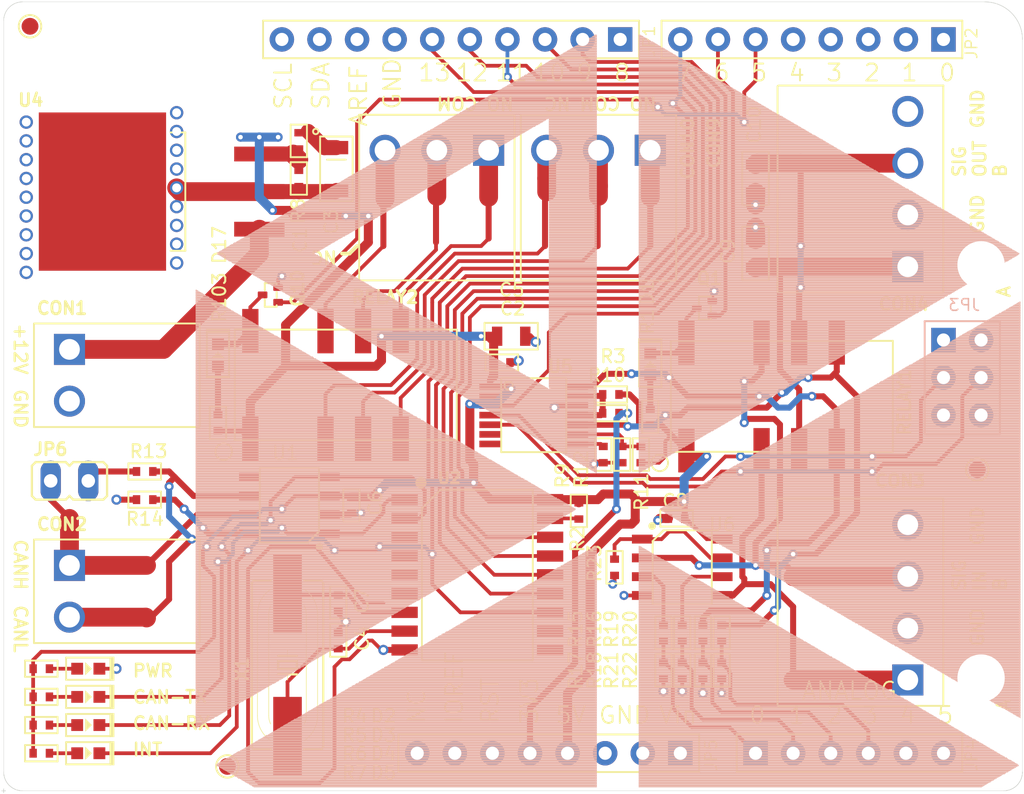
<source format=kicad_pcb>
(kicad_pcb (version 20221018) (generator pcbnew)
  (layers (0 "F.Cu" signal) (31 "B.Cu" signal) (34 "B.Paste" user) (35 "F.Paste" user) (36 "B.SilkS" user "B.Silkscreen") (37 "F.SilkS" user "F.Silkscreen") (38 "B.Mask" user) (39 "F.Mask" user) (44 "Edge.Cuts" user))
  (net 0 "")
  (net 1 "GND")
  (net 2 "CANH")
  (net 3 "TX_CAN")
  (net 4 "RX_CAN")
  (net 5 "ADC1")
  (net 6 "IO0")
  (net 7 "VIN")
  (net 8 "N$16")
  (net 9 "N$17")
  (net 10 "CANL")
  (net 11 "RST_N")
  (net 12 "ADC0")
  (net 13 "IO1")
  (net 14 "V+")
  (net 15 "ADC5")
  (net 16 "ADC2")
  (net 17 "ADC3")
  (net 18 "RST")
  (net 19 "REF")
  (net 20 "ADC7")
  (net 21 "ADC6")
  (net 22 "IO3")
  (net 23 "IO4")
  (net 24 "IO8")
  (net 25 "ADC4")
  (net 26 "MISO_A")
  (net 27 "MISO_B")
  (net 28 "MOSI_A")
  (net 29 "MOSI_B")
  (net 30 "SCK_A")
  (net 31 "SCK_B")
  (net 32 "CS_B")
  (net 33 "CS_A")
  (net 34 "+5V")
  (net 35 "N$3")
  (net 36 "SIGNAL_OUTPUT_B")
  (net 37 "SPOOF_SIGNAL_B")
  (net 38 "SPOOF_SIGNAL_A")
  (net 39 "SIGNAL_OUTPUT_A")
  (net 40 "SIGNAL_INPUT_A")
  (net 41 "SIGNAL_INPUT_B")
  (net 42 "LDAC")
  (net 43 "SHDN")
  (net 44 "+3V3")
  (net 45 "N$7")
  (net 46 "N$4")
  (net 47 "N$6")
  (net 48 "N$1")
  (net 49 "N$5")
  (net 50 "N$8")
  (net 51 "N$2")
  (net 52 "N$9")
  (net 53 "N$10")
  (net 54 "IO2")
  (net 55 "INT")
  (net 56 "SPOOF_EN")
  (net 57 "N$11")
  (net 58 "N$12")
  (net 59 "N$13")
  (net 60 "RELAY_COM_B")
  (net 61 "RELAY_COM_A")
  (net 62 "RELAY_EN")
  (net 63 "N$25")
  (net 64 "N$34")
  (net 65 "RELAY_NC_A")
  (net 66 "RELAY_NO_A")
  (net 67 "RELAY_NO_B")
  (net 68 "RELAY_NC_B")
  (footprint "vehicle_controL_module_0.1.0:PHOENIX_4_45" (layer "F.Cu") (at 175.24075 96.17095 90)
    (fp_text reference "CON4")
    (fp_text value "" hide)
  )
  (footprint "vehicle_controL_module_0.1.0:SOIC18" (layer "F.Cu") (at 146.15775 116.99895 -90)
    (fp_text reference "U2")
    (fp_text value "MCP2515")
  )
  (footprint "vehicle_controL_module_0.1.0:R0402" (layer "F.Cu") (at 158.73075 120.93595 -90)
    (fp_text reference "R15")
    (fp_text value "0" hide)
  )
  (footprint "vehicle_controL_module_0.1.0:R0402" (layer "F.Cu") (at 116.69375 125.25395 180)
    (fp_text reference "R5")
    (fp_text value "1k" hide)
  )
  (footprint "vehicle_controL_module_0.1.0:R0402" (layer "F.Cu") (at 116.69375 127.15895 180)
    (fp_text reference "R6")
    (fp_text value "1k" hide)
  )
  (footprint "vehicle_controL_module_0.1.0:C0402" (layer "F.Cu") (at 159.61975 113.18895 180)
    (fp_text reference "C8")
    (fp_text value ".1u" hide)
  )
  (footprint "vehicle_controL_module_0.1.0:LED0603" (layer "F.Cu") (at 119.86875 123.34895 180)
    (fp_text reference "D2")
    (fp_text value "Green" hide)
  )
  (footprint "vehicle_controL_module_0.1.0:C0402" (layer "F.Cu") (at 136.75975 121.44395 -90)
    (fp_text reference "C4")
    (fp_text value "22p" hide)
  )
  (footprint "vehicle_controL_module_0.1.0:R0402" (layer "F.Cu") (at 155.17475 106.07695 180)
    (fp_text reference "R10")
    (fp_text value "DNP" hide)
  )
  (footprint "vehicle_controL_module_0.1.0:R0402" (layer "F.Cu") (at 153.01575 112.68095 -90)
    (fp_text reference "R2")
    (fp_text value "10k" hide)
  )
  (footprint "vehicle_controL_module_0.1.0:R0402" (layer "F.Cu") (at 154.66675 108.87095 -90)
    (fp_text reference "R9")
    (fp_text value "10k" hide)
  )
  (footprint "vehicle_controL_module_0.1.0:TSSOP-14" (layer "F.Cu") (at 149.96775 106.20395)
    (fp_text reference "U5")
    (fp_text value "MCP4922T" hide)
  )
  (footprint "vehicle_controL_module_0.1.0:R0402" (layer "F.Cu") (at 160.00075 120.93595 -90)
    (fp_text reference "R16")
    (fp_text value "0" hide)
  )
  (footprint "vehicle_controL_module_0.1.0:KEMET_EE2" (layer "F.Cu") (at 166.73175 104.93395)
    (fp_text reference "RELAY1")
    (fp_text value "RELAY_DPDT" hide)
  )
  (footprint "vehicle_controL_module_0.1.0:R0402" (layer "F.Cu") (at 161.39775 120.93595 -90)
    (fp_text reference "R19")
    (fp_text value "0" hide)
  )
  (footprint "vehicle_controL_module_0.1.0:TP_4545" (layer "F.Cu") (at 179.93975 109.88695)
    (fp_text reference "TP2" hide)
    (fp_text value "" hide)
  )
  (footprint "vehicle_controL_module_0.1.0:PHOENIX_2_45" (layer "F.Cu") (at 118.59875 116.36395 -90)
    (fp_text reference "CON2")
    (fp_text value "CON23.5MM" hide)
  )
  (footprint "vehicle_controL_module_0.1.0:PHOENIX_2_45" (layer "F.Cu") (at 118.59875 101.75895 -90)
    (fp_text reference "CON1")
    (fp_text value "CON23.5MM" hide)
  )
  (footprint "vehicle_controL_module_0.1.0:ARDUINO_JP2" (layer "F.Cu") (at 114.15375 131.60395)
    (fp_text reference "JP2" hide)
    (fp_text value "ARDUINO_JP2" hide)
  )
  (footprint "vehicle_controL_module_0.1.0:JP1" (layer "F.Cu") (at 118.59875 110.64895 -90)
    (fp_text reference "JP6")
    (fp_text value "")
  )
  (footprint "vehicle_controL_module_0.1.0:C0402" (layer "F.Cu") (at 136.75975 118.90395 90)
    (fp_text reference "C7")
    (fp_text value "22p" hide)
  )
  (footprint "vehicle_controL_module_0.1.0:C0402" (layer "F.Cu") (at 147.80875 102.64795)
    (fp_text reference "C2")
    (fp_text value ".1u" hide)
  )
  (footprint "vehicle_controL_module_0.1.0:ARDUINO_JP5" (layer "F.Cu") (at 114.15375 131.60395)
    (fp_text reference "JP5" hide)
    (fp_text value "ARDUINO_JP5" hide)
  )
  (footprint "vehicle_controL_module_0.1.0:PHOENIX_3_45" (layer "F.Cu") (at 146.91975 88.29695 180)
    (fp_text reference "CON10")
    (fp_text value "CON3" hide)
  )
  (footprint "vehicle_controL_module_0.1.0:PHOENIX_3_45" (layer "F.Cu") (at 157.84175 88.29695 180)
    (fp_text reference "CON9")
    (fp_text value "CON3" hide)
  )
  (footprint "vehicle_controL_module_0.1.0:ARDUINO_JP1" (layer "F.Cu") (at 114.15375 131.60395)
    (fp_text reference "JP1" hide)
    (fp_text value "ARDUINO_JP1" hide)
  )
  (footprint "vehicle_controL_module_0.1.0:R0402" (layer "F.Cu") (at 155.42875 116.49095 -90)
    (fp_text reference "R23")
    (fp_text value "10k" hide)
  )
  (footprint "vehicle_controL_module_0.1.0:R0402" (layer "F.Cu") (at 157.84175 106.33095 -90)
    (fp_text reference "R1")
    (fp_text value "1k" hide)
  )
  (footprint "vehicle_controL_module_0.1.0:C0402" (layer "F.Cu") (at 134.09275 90.20195 -90)
    (fp_text reference "C1")
    (fp_text value ".1u" hide)
  )
  (footprint "vehicle_controL_module_0.1.0:SOIC8-6.0" (layer "F.Cu") (at 133.45775 112.29995 90)
    (fp_text reference "U1")
    (fp_text value "MCP2551")
  )
  (footprint "vehicle_controL_module_0.1.0:R0402" (layer "F.Cu") (at 155.17475 104.80695 180)
    (fp_text reference "R3")
    (fp_text value "0" hide)
  )
  (footprint "vehicle_controL_module_0.1.0:POLYSYNC_STEERING_BOT" (layer "F.Cu") (at 114.66175 131.34995)
    (fp_text reference "U$1" hide)
    (fp_text value "" hide)
  )
  (footprint "vehicle_controL_module_0.1.0:LED0603" (layer "F.Cu") (at 128.63175 102.13995 -90)
    (fp_text reference "D17")
    (fp_text value "" hide)
  )
  (footprint "vehicle_controL_module_0.1.0:HC49UP" (layer "F.Cu") (at 133.33075 123.09495 90)
    (fp_text reference "X1")
    (fp_text value "16MHz")
  )
  (footprint "vehicle_controL_module_0.1.0:ARDUINO_JP3" (layer "F.Cu") (at 114.15375 131.60395)
    (fp_text reference "JP3" hide)
    (fp_text value "ARDUINO_JP3" hide)
  )
  (footprint "vehicle_controL_module_0.1.0:C0805" (layer "F.Cu") (at 164.95375 90.20195 -90)
    (fp_text reference "C10")
    (fp_text value "10u" hide)
  )
  (footprint "vehicle_controL_module_0.1.0:R0402" (layer "F.Cu") (at 155.93675 108.87095 -90)
    (fp_text reference "R12")
    (fp_text value "DNP" hide)
  )
  (footprint "vehicle_controL_module_0.1.0:EMT3F" (layer "F.Cu") (at 132.69575 98.07595 90)
    (fp_text reference "Q10")
    (fp_text value "RE1C002UN" hide)
  )
  (footprint "vehicle_controL_module_0.1.0:R0402" (layer "F.Cu") (at 123.67875 110.01395 180)
    (fp_text reference "R13")
    (fp_text value "120" hide)
  )
  (footprint "vehicle_controL_module_0.1.0:R0402" (layer "F.Cu") (at 158.73075 123.47595 -90)
    (fp_text reference "R17")
    (fp_text value "10k" hide)
  )
  (footprint "vehicle_controL_module_0.1.0:C0805" (layer "F.Cu") (at 148.44375 100.86995)
    (fp_text reference "C5")
    (fp_text value "10u" hide)
  )
  (footprint "vehicle_controL_module_0.1.0:LED0603" (layer "F.Cu") (at 157.84175 102.77495 -90)
    (fp_text reference "D1")
    (fp_text value "Red" hide)
  )
  (footprint "vehicle_controL_module_0.1.0:LED0603" (layer "F.Cu") (at 119.86875 127.15895 180)
    (fp_text reference "D4")
    (fp_text value "Red" hide)
  )
  (footprint "vehicle_controL_module_0.1.0:LED0603" (layer "F.Cu") (at 119.86875 125.25395 180)
    (fp_text reference "D3")
    (fp_text value "Green" hide)
  )
  (footprint "vehicle_controL_module_0.1.0:C0805" (layer "F.Cu") (at 164.95375 95.28195 90)
    (fp_text reference "C9")
    (fp_text value "10u" hide)
  )
  (footprint "vehicle_controL_module_0.1.0:SOIC-8" (layer "F.Cu") (at 160.00075 116.49095 -90)
    (fp_text reference "U6")
    (fp_text value "SN74CBT3306CD")
  )
  (footprint "vehicle_controL_module_0.1.0:R0402" (layer "F.Cu") (at 160.00075 123.47595 -90)
    (fp_text reference "R18")
    (fp_text value "10k" hide)
  )
  (footprint "vehicle_controL_module_0.1.0:PHOENIX_4_45" (layer "F.Cu") (at 175.24075 124.11095 90)
    (fp_text reference "CON3")
    (fp_text value "" hide)
  )
  (footprint "vehicle_controL_module_0.1.0:R0402" (layer "F.Cu") (at 162.66775 123.47595 -90)
    (fp_text reference "R22")
    (fp_text value "DNP" hide)
  )
  (footprint "vehicle_controL_module_0.1.0:TP_4545" (layer "F.Cu") (at 129.26675 129.95295)
    (fp_text reference "TP1" hide)
    (fp_text value "" hide)
  )
  (footprint "vehicle_controL_module_0.1.0:EMT3F" (layer "F.Cu") (at 162.03275 98.96495 90)
    (fp_text reference "Q1")
    (fp_text value "RE1C002UN" hide)
  )
  (footprint "vehicle_controL_module_0.1.0:LED0603" (layer "F.Cu") (at 119.86875 129.06395 180)
    (fp_text reference "D5")
    (fp_text value "Blue" hide)
  )
  (footprint "vehicle_controL_module_0.1.0:R0402" (layer "F.Cu") (at 128.63175 106.71195 -90)
    (fp_text reference "R103")
    (fp_text value "1k" hide)
  )
  (footprint "vehicle_controL_module_0.1.0:C0402" (layer "F.Cu") (at 137.64875 112.29995 -90)
    (fp_text reference "C6")
    (fp_text value ".1u" hide)
  )
  (footprint "vehicle_controL_module_0.1.0:R0402" (layer "F.Cu") (at 161.39775 123.47595 -90)
    (fp_text reference "R21")
    (fp_text value "DNP" hide)
  )
  (footprint "vehicle_controL_module_0.1.0:R0402" (layer "F.Cu") (at 157.20675 108.87095 90)
    (fp_text reference "R11")
    (fp_text value "10k" hide)
  )
  (footprint "vehicle_controL_module_0.1.0:KEMET_EE2" (layer "F.Cu") (at 137.26775 104.17195)
    (fp_text reference "RELAY2")
    (fp_text value "RELAY_DPDT" hide)
  )
  (footprint "vehicle_controL_module_0.1.0:CP1206" (layer "F.Cu") (at 136.63275 89.56695 -90)
    (fp_text reference "C3")
    (fp_text value "33u" hide)
  )
  (footprint "vehicle_controL_module_0.1.0:R0402" (layer "F.Cu") (at 116.69375 129.06395 180)
    (fp_text reference "R7")
    (fp_text value "1k" hide)
  )
  (footprint "vehicle_controL_module_0.1.0:TP_4545" (layer "F.Cu") (at 115.93175 79.91495)
    (fp_text reference "TP3" hide)
    (fp_text value "" hide)
  )
  (footprint "vehicle_controL_module_0.1.0:R0402" (layer "F.Cu") (at 123.67875 111.91895 180)
    (fp_text reference "R14")
    (fp_text value "47k" hide)
  )
  (footprint "vehicle_controL_module_0.1.0:R0402" (layer "F.Cu") (at 134.09275 87.66195 90)
    (fp_text reference "R8")
    (fp_text value ".3" hide)
  )
  (footprint "vehicle_controL_module_0.1.0:ARDUINO_JP4" (layer "F.Cu") (at 114.15375 131.60395)
    (fp_text reference "JP4" hide)
    (fp_text value "ARDUINO_JP4" hide)
  )
  (footprint "vehicle_controL_module_0.1.0:R0402" (layer "F.Cu") (at 162.66775 120.93595 -90)
    (fp_text reference "R20")
    (fp_text value "0" hide)
  )
  (footprint "vehicle_controL_module_0.1.0:R0402" (layer "F.Cu") (at 116.69375 123.34895 180)
    (fp_text reference "R4")
    (fp_text value "1k" hide)
  )
  (footprint "vehicle_controL_module_0.1.0:TO-263" (layer "F.Cu") (at 131.42575 91.09095 90)
    (fp_text reference "U4")
    (fp_text value "TL750M" hide)
  )
  (gr_line (start 137.01375 95.28195) (end 137.52175 95.28195) (stroke (width 0.254)) (layer "F.SilkS"))
  (gr_line (start 137.52175 95.28195) (end 138.02975 94.77395) (stroke (width 0.254)) (layer "F.SilkS"))
  (gr_arc (start 115.42375 131.60395) (mid 114.525724 131.231976) (end 114.15375 130.33395) (stroke (width 0.0254)) (layer "Edge.Cuts"))
  (gr_arc (start 182.98775 130.33395) (mid 182.615776 131.231976) (end 181.71775 131.60395) (stroke (width 0.0254)) (layer "Edge.Cuts"))
  (gr_line (start 114.15375 131.47695) (end 114.15375 131.73095) (stroke (width 0.05)) (layer "Edge.Cuts"))
  (gr_line (start 114.15375 79.53395) (end 114.15375 130.33395) (stroke (width 0.0254)) (layer "Edge.Cuts"))
  (gr_arc (start 180.44775 78.26395) (mid 182.243801 79.007899) (end 182.98775 80.80395) (stroke (width 0.0254)) (layer "Edge.Cuts"))
  (gr_arc (start 182.98775 130.33395) (mid 182.615776 131.231976) (end 181.71775 131.60395) (stroke (width 0.0254)) (layer "Edge.Cuts"))
  (gr_arc (start 114.15375 79.53395) (mid 114.525724 78.635924) (end 115.42375 78.26395) (stroke (width 0.0254)) (layer "Edge.Cuts"))
  (gr_line (start 114.02675 131.60395) (end 114.28075 131.60395) (stroke (width 0.05)) (layer "Edge.Cuts"))
  (gr_arc (start 115.42375 131.60395) (mid 114.525724 131.231976) (end 114.15375 130.33395) (stroke (width 0.0254)) (layer "Edge.Cuts"))
  (gr_arc (start 180.44775 78.26395) (mid 182.243801 79.007899) (end 182.98775 80.80395) (stroke (width 0.0254)) (layer "Edge.Cuts"))
  (gr_line (start 182.98775 80.80395) (end 182.98775 130.33395) (stroke (width 0.0254)) (layer "Edge.Cuts"))
  (gr_arc (start 115.42375 131.60395) (mid 114.525724 131.231976) (end 114.15375 130.33395) (stroke (width 0.0254)) (layer "Edge.Cuts"))
  (gr_arc (start 180.44775 78.26395) (mid 182.243801 79.007899) (end 182.98775 80.80395) (stroke (width 0.0254)) (layer "Edge.Cuts"))
  (gr_arc (start 182.98775 130.33395) (mid 182.615776 131.231976) (end 181.71775 131.60395) (stroke (width 0.0254)) (layer "Edge.Cuts"))
  (gr_arc (start 182.98775 130.33395) (mid 182.615776 131.231976) (end 181.71775 131.60395) (stroke (width 0.0254)) (layer "Edge.Cuts"))
  (gr_line (start 115.42375 131.60395) (end 181.71775 131.60395) (stroke (width 0.0254)) (layer "Edge.Cuts"))
  (gr_arc (start 114.15375 79.53395) (mid 114.525724 78.635924) (end 115.42375 78.26395) (stroke (width 0.0254)) (layer "Edge.Cuts"))
  (gr_arc (start 115.42375 131.60395) (mid 114.525724 131.231976) (end 114.15375 130.33395) (stroke (width 0.0254)) (layer "Edge.Cuts"))
  (gr_line (start 180.44775 78.26395) (end 115.42375 78.26395) (stroke (width 0.0254)) (layer "Edge.Cuts"))
  (gr_arc (start 114.15375 79.53395) (mid 114.525724 78.635924) (end 115.42375 78.26395) (stroke (width 0.0254)) (layer "Edge.Cuts"))
  (gr_text "CAN-RX" (at 122.78975 127.53995) (layer "F.SilkS") (effects (font (size 0.85344 0.85344) (thickness 0.16256)) (justify left bottom)))
  (gr_text "A" (at 182.22575 126.26995 90) (layer "F.SilkS") (effects (font (size 0.85344 0.85344) (thickness 0.16256)) (justify left bottom)))
  (gr_text "NO COM NC" (at 158.34975 84.61395 180) (layer "F.SilkS") (effects (font (size 0.85344 0.85344) (thickness 0.16256)) (justify left bottom)))
  (gr_text "CANL" (at 114.78875 118.96745 270) (layer "F.SilkS") (effects (font (size 0.85344 0.85344) (thickness 0.16256)) (justify left bottom)))
  (gr_text "GND" (at 180.44775 94.01195 90) (layer "F.SilkS") (effects (font (size 0.85344 0.85344) (thickness 0.16256)) (justify left bottom)))
  (gr_text "SIG\nIN\nB" (at 181.97175 118.14195 90) (layer "F.SilkS") (effects (font (size 0.85344 0.85344) (thickness 0.16256)) (justify left bottom)))
  (gr_text "NO COM" (at 148.69775 84.61395 180) (layer "F.SilkS") (effects (font (size 0.85344 0.85344) (thickness 0.16256)) (justify left bottom)))
  (gr_text "INT" (at 122.78975 129.31795) (layer "F.SilkS") (effects (font (size 0.85344 0.85344) (thickness 0.16256)) (justify left bottom)))
  (gr_text "CANH" (at 114.78875 114.52245 270) (layer "F.SilkS") (effects (font (size 0.85344 0.85344) (thickness 0.16256)) (justify left bottom)))
  (gr_text "+12V" (at 114.78875 99.91745 270) (layer "F.SilkS") (effects (font (size 0.85344 0.85344) (thickness 0.16256)) (justify left bottom)))
  (gr_text "SIG\nOUT\nB" (at 181.97175 90.20195 90) (layer "F.SilkS") (effects (font (size 0.85344 0.85344) (thickness 0.16256)) (justify left bottom)))
  (gr_text "GND" (at 180.44775 121.95195 90) (layer "F.SilkS") (effects (font (size 0.85344 0.85344) (thickness 0.16256)) (justify left bottom)))
  (gr_text "A" (at 182.22575 98.32995 90) (layer "F.SilkS") (effects (font (size 0.85344 0.85344) (thickness 0.16256)) (justify left bottom)))
  (gr_text "GND" (at 180.44775 86.89995 90) (layer "F.SilkS") (effects (font (size 0.85344 0.85344) (thickness 0.16256)) (justify left bottom)))
  (gr_text "GND" (at 114.78875 104.36245 270) (layer "F.SilkS") (effects (font (size 0.85344 0.85344) (thickness 0.16256)) (justify left bottom)))
  (gr_text "PWR" (at 122.78975 123.98395) (layer "F.SilkS") (effects (font (size 0.85344 0.85344) (thickness 0.16256)) (justify left bottom)))
  (gr_text "NC" (at 136.75975 95.02795 180) (layer "F.SilkS") (effects (font (size 0.85344 0.85344) (thickness 0.16256)) (justify left bottom)))
  (gr_text "GND" (at 180.44775 115.09395 90) (layer "F.SilkS") (effects (font (size 0.85344 0.85344) (thickness 0.16256)) (justify left bottom)))
  (gr_text "CAN-TX" (at 122.78975 125.76195) (layer "F.SilkS") (effects (font (size 0.85344 0.85344) (thickness 0.16256)) (justify left bottom)))
  (segment (start 148.82475 102.64795) (end 148.95175 102.52095) (width 0.4064) (layer "F.Cu") (net 1))
  (segment (start 139.68075 122.07895) (end 139.04575 121.44395) (width 0.254) (layer "F.Cu") (net 1))
  (segment (start 154.66675 109.42095) (end 154.11675 109.42095) (width 0.4064) (layer "F.Cu") (net 1))
  (segment (start 137.56375 112.93495) (end 137.64875 112.84995) (width 0.4064) (layer "F.Cu") (net 1))
  (segment (start 135.23575 115.09395) (end 138.53775 118.90395) (width 0.254) (layer "F.Cu") (net 1))
  (segment (start 138.53775 118.90395) (end 139.80775 118.90395) (width 0.254) (layer "F.Cu") (net 1))
  (segment (start 131.42575 131.09595) (end 130.66375 130.33395) (width 0.254) (layer "F.Cu") (net 1))
  (segment (start 135.48975 131.09595) (end 131.42575 131.09595) (width 0.254) (layer "F.Cu") (net 1))
  (segment (start 126.09175 91.09095) (end 125.83775 90.83695) (width 1.27) (layer "F.Cu") (net 1))
  (segment (start 139.80775 122.07895) (end 139.68075 122.07895) (width 0.254) (layer "F.Cu") (net 1))
  (segment (start 149.71375 100.86995) (end 150.09475 101.25095) (width 0.4064) (layer "F.Cu") (net 1))
  (segment (start 137.52175 122.71395) (end 137.01375 122.71395) (width 0.254) (layer "F.Cu") (net 1))
  (segment (start 141.24285 122.07895) (end 139.80775 122.07895) (width 0.4064) (layer "F.Cu") (net 1))
  (segment (start 164.95375 94.33195) (end 164.95375 93.50395) (width 1.27) (layer "F.Cu") (net 1))
  (segment (start 136.75975 119.45395) (end 136.75975 119.66595) (width 0.254) (layer "F.Cu") (net 1))
  (segment (start 164.95375 91.15195) (end 164.95375 91.97995) (width 1.27) (layer "F.Cu") (net 1))
  (segment (start 132.69575 97.05995) (end 132.94975 96.80595) (width 0.254) (layer "F.Cu") (net 1))
  (segment (start 136.55875 91.09095) (end 136.63275 91.01695) (width 1.016) (layer "F.Cu") (net 1))
  (segment (start 162.03275 97.94895) (end 162.15975 97.82195) (width 0.254) (layer "F.Cu") (net 1))
  (segment (start 130.66375 130.33395) (end 130.66375 116.61795) (width 0.254) (layer "F.Cu") (net 1))
  (segment (start 139.04575 121.44395) (end 138.79175 121.44395) (width 0.254) (layer "F.Cu") (net 1))
  (segment (start 132.69575 97.57595) (end 132.69575 97.05995) (width 0.254) (layer "F.Cu") (net 1))
  (segment (start 158.73075 124.02595) (end 158.73075 124.87295) (width 0.254) (layer "F.Cu") (net 1))
  (segment (start 132.18775 115.09395) (end 135.23575 115.09395) (width 0.254) (layer "F.Cu") (net 1))
  (segment (start 154.11675 109.42095) (end 154.03175 109.50595) (width 0.4064) (layer "F.Cu") (net 1))
  (segment (start 136.75975 119.66595) (end 137.26775 120.17395) (width 0.254) (layer "F.Cu") (net 1))
  (segment (start 137.64875 112.84995) (end 138.24175 112.84995) (width 0.4064) (layer "F.Cu") (net 1))
  (segment (start 160.00075 124.02595) (end 160.00075 124.87295) (width 0.254) (layer "F.Cu") (net 1))
  (segment (start 138.79175 121.44395) (end 137.52175 122.71395) (width 0.254) (layer "F.Cu") (net 1))
  (segment (start 130.66375 116.61795) (end 132.18775 115.09395) (width 0.254) (layer "F.Cu") (net 1))
  (segment (start 136.75975 120.68195) (end 137.26775 120.17395) (width 0.254) (layer "F.Cu") (net 1))
  (segment (start 159.06975 113.18895) (end 158.47675 113.18895) (width 0.6096) (layer "F.Cu") (net 1))
  (segment (start 131.42575 91.09095) (end 126.09175 91.09095) (width 1.27) (layer "F.Cu") (net 1))
  (segment (start 136.50575 123.22195) (end 136.50575 130.07995) (width 0.254) (layer "F.Cu") (net 1))
  (segment (start 136.50575 130.07995) (end 135.48975 131.09595) (width 0.254) (layer "F.Cu") (net 1))
  (segment (start 120.61875 123.34895) (end 121.77375 123.34895) (width 0.254) (layer "F.Cu") (net 1))
  (segment (start 155.42875 117.50695) (end 155.30175 117.63395) (width 0.254) (layer "F.Cu") (net 1))
  (segment (start 151.50675 105.55395) (end 151.36475 105.69595) (width 0.4064) (layer "F.Cu") (net 1))
  (segment (start 158.47675 113.18895) (end 158.34975 113.31595) (width 0.6096) (layer "F.Cu") (net 1))
  (segment (start 134.09275 91.09095) (end 131.42575 91.09095) (width 1.016) (layer "F.Cu") (net 1))
  (segment (start 136.75975 120.89395) (end 136.75975 120.68195) (width 0.254) (layer "F.Cu") (net 1))
  (segment (start 155.93675 109.42095) (end 154.66675 109.42095) (width 0.254) (layer "F.Cu") (net 1))
  (segment (start 137.01375 122.71395) (end 136.50575 123.22195) (width 0.254) (layer "F.Cu") (net 1))
  (segment (start 134.09275 90.75195) (end 134.09275 91.09095) (width 0.254) (layer "F.Cu") (net 1))
  (segment (start 123.12875 111.91895) (end 121.77375 111.91895) (width 0.4064) (layer "F.Cu") (net 1))
  (segment (start 162.03275 98.46495) (end 162.03275 97.94895) (width 0.254) (layer "F.Cu") (net 1))
  (segment (start 162.66775 124.02595) (end 162.66775 124.99995) (width 0.254) (layer "F.Cu") (net 1))
  (segment (start 138.24175 112.84995) (end 138.28375 112.80795) (width 0.4064) (layer "F.Cu") (net 1))
  (segment (start 157.30075 118.39595) (end 156.06375 118.39595) (width 0.254) (layer "F.Cu") (net 1))
  (segment (start 155.42875 117.04095) (end 155.42875 117.50695) (width 0.254) (layer "F.Cu") (net 1))
  (segment (start 149.39375 100.86995) (end 149.71375 100.86995) (width 0.4064) (layer "F.Cu") (net 1))
  (segment (start 161.39775 124.02595) (end 161.39775 124.99995) (width 0.254) (layer "F.Cu") (net 1))
  (segment (start 148.35875 102.64795) (end 148.82475 102.64795) (width 0.4064) (layer "F.Cu") (net 1))
  (segment (start 134.09275 91.09095) (end 136.55875 91.09095) (width 1.016) (layer "F.Cu") (net 1))
  (segment (start 136.15775 112.93495) (end 137.56375 112.93495) (width 0.4064) (layer "F.Cu") (net 1))
  (segment (start 152.91775 105.55395) (end 151.50675 105.55395) (width 0.4064) (layer "F.Cu") (net 1))
  (via (at 139.80775 122.07895) (size 0.6858) (drill 0.381) (layers "F.Cu" "B.Cu") (net 1))
  (via (at 125.83775 85.75695) (size 0.9048) (drill 0.6) (layers "F.Cu" "B.Cu") (net 1))
  (via (at 138.28375 112.80795) (size 0.6096) (drill 0.3048) (layers "F.Cu" "B.Cu") (net 1))
  (via (at 115.67775 87.66195) (size 0.9048) (drill 0.6) (layers "F.Cu" "B.Cu") (net 1))
  (via (at 121.77375 111.91895) (size 0.6858) (drill 0.381) (layers "F.Cu" "B.Cu") (net 1))
  (via (at 161.39775 124.99995) (size 0.6858) (drill 0.381) (layers "F.Cu" "B.Cu") (net 1))
  (via (at 156.06375 118.39595) (size 0.6096) (drill 0.3048) (layers "F.Cu" "B.Cu") (net 1))
  (via (at 115.67775 90.20195) (size 0.9048) (drill 0.6) (layers "F.Cu" "B.Cu") (net 1))
  (via (at 115.67775 96.55195) (size 0.9048) (drill 0.6) (layers "F.Cu" "B.Cu") (net 1))
  (via (at 132.94975 96.80595) (size 0.6096) (drill 0.3048) (layers "F.Cu" "B.Cu") (net 1))
  (via (at 155.30175 117.63395) (size 0.6096) (drill 0.3048) (layers "F.Cu" "B.Cu") (net 1))
  (via (at 115.67775 86.39195) (size 0.9048) (drill 0.6) (layers "F.Cu" "B.Cu") (net 1))
  (via (at 115.67775 88.93195) (size 0.9048) (drill 0.6) (layers "F.Cu" "B.Cu") (net 1))
  (via (at 162.66775 124.99995) (size 0.6096) (drill 0.3048) (layers "F.Cu" "B.Cu") (net 1))
  (via (at 148.95175 102.52095) (size 0.6858) (drill 0.381) (layers "F.Cu" "B.Cu") (net 1))
  (via (at 160.00075 124.87295) (size 0.6858) (drill 0.381) (layers "F.Cu" "B.Cu") (net 1))
  (via (at 125.83775 90.83695) (size 0.9048) (drill 0.6) (layers "F.Cu" "B.Cu") (net 1))
  (via (at 125.83775 87.02695) (size 0.9048) (drill 0.6) (layers "F.Cu" "B.Cu") (net 1))
  (via (at 125.83775 92.10695) (size 0.9048) (drill 0.6) (layers "F.Cu" "B.Cu") (net 1))
  (via (at 150.09475 101.25095) (size 0.6858) (drill 0.381) (layers "F.Cu" "B.Cu") (net 1))
  (via (at 125.83775 93.37695) (size 0.9048) (drill 0.6) (layers "F.Cu" "B.Cu") (net 1))
  (via (at 115.67775 91.47195) (size 0.9048) (drill 0.6) (layers "F.Cu" "B.Cu") (net 1))
  (via (at 151.36475 105.69595) (size 0.6858) (drill 0.381) (layers "F.Cu" "B.Cu") (net 1))
  (via (at 115.67775 94.01195) (size 0.9048) (drill 0.6) (layers "F.Cu" "B.Cu") (net 1))
  (via (at 164.95375 93.50395) (size 0.6096) (drill 0.3048) (layers "F.Cu" "B.Cu") (net 1))
  (via (at 164.95375 91.97995) (size 0.6096) (drill 0.3048) (layers "F.Cu" "B.Cu") (net 1))
  (via (at 125.83775 89.56695) (size 0.9048) (drill 0.6) (layers "F.Cu" "B.Cu") (net 1))
  (via (at 137.26775 120.17395) (size 0.6858) (drill 0.381) (layers "F.Cu" "B.Cu") (net 1))
  (via (at 154.03175 109.50595) (size 0.6096) (drill 0.3048) (layers "F.Cu" "B.Cu") (net 1))
  (via (at 121.77375 123.34895) (size 0.6858) (drill 0.381) (layers "F.Cu" "B.Cu") (net 1))
  (via (at 125.83775 94.64695) (size 0.9048) (drill 0.6) (layers "F.Cu" "B.Cu") (net 1))
  (via (at 115.67775 95.28195) (size 0.9048) (drill 0.6) (layers "F.Cu" "B.Cu") (net 1))
  (via (at 158.34975 113.31595) (size 0.6096) (drill 0.3048) (layers "F.Cu" "B.Cu") (net 1))
  (via (at 158.73075 124.87295) (size 0.6858) (drill 0.381) (layers "F.Cu" "B.Cu") (net 1))
  (via (at 115.67775 92.74195) (size 0.9048) (drill 0.6) (layers "F.Cu" "B.Cu") (net 1))
  (via (at 125.83775 95.91695) (size 0.9048) (drill 0.6) (layers "F.Cu" "B.Cu") (net 1))
  (via (at 125.83775 88.29695) (size 0.9048) (drill 0.6) (layers "F.Cu" "B.Cu") (net 1))
  (via (at 162.15975 97.82195) (size 0.6096) (drill 0.3048) (layers "F.Cu" "B.Cu") (net 1))
  (segment (start 118.59875 113.18895) (end 117.32875 111.91895) (width 0.4064) (layer "F.Cu") (net 2))
  (segment (start 130.75775 112.93495) (end 127.23475 112.93495) (width 0.4064) (layer "F.Cu") (net 2))
  (segment (start 123.80575 116.36395) (end 118.59875 116.36395) (width 1.27) (layer "F.Cu") (net 2))
  (segment (start 117.32875 110.64895) (end 117.32875 111.91895) (width 0.4064) (layer "F.Cu") (net 2))
  (segment (start 127.23475 112.93495) (end 123.80575 116.36395) (width 0.4064) (layer "F.Cu") (net 2))
  (segment (start 118.59875 116.36395) (end 118.59875 113.18895) (width 1.27) (layer "F.Cu") (net 2))
  (segment (start 133.33075 114.20495) (end 132.94975 113.82395) (width 0.254) (layer "F.Cu") (net 3))
  (segment (start 128.88575 123.98395) (end 128.88575 116.36395) (width 0.254) (layer "F.Cu") (net 3))
  (segment (start 140.18875 111.91895) (end 139.80775 112.29995) (width 0.254) (layer "F.Cu") (net 3))
  (segment (start 139.80775 112.29995) (end 139.80775 112.80795) (width 0.254) (layer "F.Cu") (net 3))
  (segment (start 136.15775 114.20495) (end 133.33075 114.20495) (width 0.254) (layer "F.Cu") (net 3))
  (segment (start 132.94975 113.82395) (end 133.20375 114.07795) (width 0.254) (layer "F.Cu") (net 3))
  (segment (start 127.61575 125.25395) (end 128.88575 123.98395) (width 0.254) (layer "F.Cu") (net 3))
  (segment (start 138.41075 114.20495) (end 136.15775 114.20495) (width 0.254) (layer "F.Cu") (net 3))
  (segment (start 141.24285 111.91895) (end 140.18875 111.91895) (width 0.254) (layer "F.Cu") (net 3))
  (segment (start 120.61875 125.25395) (end 127.61575 125.25395) (width 0.254) (layer "F.Cu") (net 3))
  (segment (start 138.41075 114.20495) (end 139.80775 112.80795) (width 0.254) (layer "F.Cu") (net 3))
  (segment (start 128.88575 116.36395) (end 128.63175 116.10995) (width 0.254) (layer "F.Cu") (net 3))
  (via (at 128.63175 116.10995) (size 0.6096) (drill 0.3048) (layers "F.Cu" "B.Cu") (net 3))
  (via (at 132.94975 113.82395) (size 0.6096) (drill 0.3048) (layers "F.Cu" "B.Cu") (net 3))
  (segment (start 130.40975 114.07795) (end 132.69575 114.07795) (width 0.254) (layer "B.Cu") (net 3))
  (segment (start 128.63175 116.10995) (end 129.13975 116.10995) (width 0.254) (layer "B.Cu") (net 3))
  (segment (start 132.69575 114.07795) (end 132.94975 113.82395) (width 0.254) (layer "B.Cu") (net 3))
  (segment (start 129.64775 115.60195) (end 129.64775 114.83995) (width 0.254) (layer "B.Cu") (net 3))
  (segment (start 129.13975 116.10995) (end 129.64775 115.60195) (width 0.254) (layer "B.Cu") (net 3))
  (segment (start 129.64775 114.83995) (end 130.40975 114.07795) (width 0.254) (layer "B.Cu") (net 3))
  (segment (start 142.22075 110.90295) (end 142.34775 111.02995) (width 0.254) (layer "F.Cu") (net 4))
  (segment (start 133.83875 110.39495) (end 132.18775 112.04595) (width 0.254) (layer "F.Cu") (net 4))
  (segment (start 136.15775 110.39495) (end 133.83875 110.39495) (width 0.254) (layer "F.Cu") (net 4))
  (segment (start 141.71275 110.39495) (end 136.15775 110.39495) (width 0.254) (layer "F.Cu") (net 4))
  (segment (start 142.22075 110.90295) (end 142.09375 110.77595) (width 0.254) (layer "F.Cu") (net 4))
  (segment (start 141.24285 113.18895) (end 142.22075 113.18895) (width 0.254) (layer "F.Cu") (net 4))
  (segment (start 120.61875 127.15895) (end 128.75875 127.15895) (width 0.254) (layer "F.Cu") (net 4))
  (segment (start 129.39375 115.60195) (end 128.88575 115.09395) (width 0.254) (layer "F.Cu") (net 4))
  (segment (start 141.71275 110.39495) (end 142.22075 110.90295) (width 0.254) (layer "F.Cu") (net 4))
  (segment (start 142.22075 113.18895) (end 142.60175 112.80795) (width 0.254) (layer "F.Cu") (net 4))
  (segment (start 128.75875 127.15895) (end 129.39375 126.52395) (width 0.254) (layer "F.Cu") (net 4))
  (segment (start 142.60175 111.28395) (end 142.34775 111.02995) (width 0.254) (layer "F.Cu") (net 4))
  (segment (start 132.18775 112.04595) (end 132.18775 113.31595) (width 0.254) (layer "F.Cu") (net 4))
  (segment (start 129.39375 126.52395) (end 129.39375 115.60195) (width 0.254) (layer "F.Cu") (net 4))
  (segment (start 142.60175 112.80795) (end 142.60175 111.28395) (width 0.254) (layer "F.Cu") (net 4))
  (via (at 128.88575 115.09395) (size 0.6096) (drill 0.3048) (layers "F.Cu" "B.Cu") (net 4))
  (via (at 132.18775 113.31595) (size 0.6096) (drill 0.3048) (layers "F.Cu" "B.Cu") (net 4))
  (segment (start 130.15575 113.56995) (end 131.93375 113.56995) (width 0.254) (layer "B.Cu") (net 4))
  (segment (start 128.88575 114.83995) (end 130.15575 113.56995) (width 0.254) (layer "B.Cu") (net 4))
  (segment (start 128.88575 115.09395) (end 128.88575 114.83995) (width 0.254) (layer "B.Cu") (net 4))
  (segment (start 131.93375 113.56995) (end 132.18775 113.31595) (width 0.254) (layer "B.Cu") (net 4))
  (segment (start 160.08575 122.92595) (end 160.63575 123.47595) (width 0.254) (layer "F.Cu") (net 5))
  (segment (start 166.47775 126.77795) (end 167.49375 127.79395) (width 0.254) (layer "F.Cu") (net 5))
  (segment (start 161.39775 126.77795) (end 166.47775 126.77795) (width 0.254) (layer "F.Cu") (net 5))
  (segment (start 160.00075 121.48595) (end 160.00075 122.92595) (width 0.254) (layer "F.Cu") (net 5))
  (segment (start 160.00075 122.92595) (end 160.08575 122.92595) (width 0.254) (layer "F.Cu") (net 5))
  (segment (start 160.63575 123.47595) (end 160.63575 126.01595) (width 0.254) (layer "F.Cu") (net 5))
  (segment (start 167.49375 127.79395) (end 167.49375 129.06395) (width 0.254) (layer "F.Cu") (net 5))
  (segment (start 160.63575 126.01595) (end 161.39775 126.77795) (width 0.254) (layer "F.Cu") (net 5))
  (segment (start 141.24285 119.53895) (end 138.41075 119.53895) (width 0.254) (layer "F.Cu") (net 8))
  (segment (start 136.75975 118.35395) (end 137.47975 118.35395) (width 0.254) (layer "F.Cu") (net 8))
  (segment (start 133.41575 118.35395) (end 133.33075 118.26895) (width 0.254) (layer "F.Cu") (net 8))
  (segment (start 136.75975 118.35395) (end 133.41575 118.35395) (width 0.254) (layer "F.Cu") (net 8))
  (segment (start 138.41075 119.53895) (end 137.47975 118.35395) (width 0.254) (layer "F.Cu") (net 8))
  (segment (start 133.33075 127.92095) (end 133.33075 124.23795) (width 0.254) (layer "F.Cu") (net 9))
  (segment (start 136.75975 121.99395) (end 135.57475 121.99395) (width 0.254) (layer "F.Cu") (net 9))
  (segment (start 133.33075 124.23795) (end 135.57475 121.99395) (width 0.254) (layer "F.Cu") (net 9))
  (segment (start 136.75975 121.99395) (end 137.47975 121.99395) (width 0.254) (layer "F.Cu") (net 9))
  (segment (start 141.24285 120.80895) (end 138.66475 120.80895) (width 0.254) (layer "F.Cu") (net 9))
  (segment (start 138.66475 120.80895) (end 137.47975 121.99395) (width 0.254) (layer "F.Cu") (net 9))
  (segment (start 125.32975 110.77595) (end 125.71075 110.39495) (width 0.4064) (layer "F.Cu") (net 10))
  (segment (start 124.11575 119.86395) (end 125.32975 118.64995) (width 0.4064) (layer "F.Cu") (net 10))
  (segment (start 125.32975 110.01395) (end 124.22875 110.01395) (width 0.4064) (layer "F.Cu") (net 10))
  (segment (start 123.74975 119.86395) (end 124.11575 119.86395) (width 0.4064) (layer "F.Cu") (net 10))
  (segment (start 123.74975 119.86395) (end 123.80575 119.91995) (width 1.27) (layer "F.Cu") (net 10))
  (segment (start 125.32975 111.02995) (end 125.32975 110.77595) (width 0.4064) (layer "F.Cu") (net 10))
  (segment (start 125.32975 118.64995) (end 125.32975 116.10995) (width 0.4064) (layer "F.Cu") (net 10))
  (segment (start 125.32975 116.10995) (end 126.85375 114.58595) (width 0.4064) (layer "F.Cu") (net 10))
  (segment (start 118.59875 119.86395) (end 123.74975 119.86395) (width 1.27) (layer "F.Cu") (net 10))
  (segment (start 125.71075 110.39495) (end 125.32975 110.01395) (width 0.4064) (layer "F.Cu") (net 10))
  (segment (start 125.71075 110.39495) (end 126.98075 111.66495) (width 0.4064) (layer "F.Cu") (net 10))
  (segment (start 130.75775 111.66495) (end 126.98075 111.66495) (width 0.4064) (layer "F.Cu") (net 10))
  (via (at 125.32975 111.02995) (size 0.6096) (drill 0.3048) (layers "F.Cu" "B.Cu") (net 10))
  (via (at 126.85375 114.58595) (size 0.6096) (drill 0.3048) (layers "F.Cu" "B.Cu") (net 10))
  (segment (start 126.85375 114.58595) (end 125.32975 113.06195) (width 0.4064) (layer "B.Cu") (net 10))
  (segment (start 125.32975 113.06195) (end 125.32975 111.02995) (width 0.4064) (layer "B.Cu") (net 10))
  (segment (start 152.97375 113.18895) (end 153.01575 113.23095) (width 0.254) (layer "F.Cu") (net 11))
  (segment (start 151.07265 113.18895) (end 152.97375 113.18895) (width 0.254) (layer "F.Cu") (net 11))
  (segment (start 163.17575 127.28595) (end 164.95375 129.06395) (width 0.254) (layer "F.Cu") (net 12))
  (segment (start 159.36575 126.01595) (end 160.63575 127.28595) (width 0.254) (layer "F.Cu") (net 12))
  (segment (start 160.63575 127.28595) (end 163.17575 127.28595) (width 0.254) (layer "F.Cu") (net 12))
  (segment (start 158.81575 122.92595) (end 159.36575 123.47595) (width 0.254) (layer "F.Cu") (net 12))
  (segment (start 158.73075 121.48595) (end 158.73075 122.92595) (width 0.254) (layer "F.Cu") (net 12))
  (segment (start 158.73075 122.92595) (end 158.81575 122.92595) (width 0.254) (layer "F.Cu") (net 12))
  (segment (start 159.36575 123.47595) (end 159.36575 126.01595) (width 0.254) (layer "F.Cu") (net 12))
  (segment (start 118.59875 101.75895) (end 124.94875 101.75895) (width 1.27) (layer "F.Cu") (net 14))
  (segment (start 131.42575 95.28195) (end 131.42575 93.63095) (width 1.27) (layer "F.Cu") (net 14))
  (segment (start 124.94875 101.75895) (end 131.42575 95.28195) (width 1.27) (layer "F.Cu") (net 14))
  (segment (start 162.03275 123.47595) (end 162.03275 125.63495) (width 0.254) (layer "F.Cu") (net 16))
  (segment (start 168.50975 126.26995) (end 170.03375 127.79395) (width 0.254) (layer "F.Cu") (net 16))
  (segment (start 162.03275 125.63495) (end 162.66775 126.26995) (width 0.254) (layer "F.Cu") (net 16))
  (segment (start 170.03375 127.79395) (end 170.03375 129.06395) (width 0.254) (layer "F.Cu") (net 16))
  (segment (start 162.66775 126.26995) (end 168.50975 126.26995) (width 0.254) (layer "F.Cu") (net 16))
  (segment (start 161.39775 122.92595) (end 161.48275 122.92595) (width 0.254) (layer "F.Cu") (net 16))
  (segment (start 161.48275 122.92595) (end 162.03275 123.47595) (width 0.254) (layer "F.Cu") (net 16))
  (segment (start 161.39775 121.48595) (end 161.39775 122.92595) (width 0.254) (layer "F.Cu") (net 16))
  (segment (start 170.79575 125.76195) (end 172.57375 127.53995) (width 0.254) (layer "F.Cu") (net 17))
  (segment (start 163.25195 125.33015) (end 163.68375 125.76195) (width 0.254) (layer "F.Cu") (net 17))
  (segment (start 163.17575 123.588819) (end 163.25195 123.665019) (width 0.254) (layer "F.Cu") (net 17))
  (segment (start 172.57375 127.53995) (end 172.57375 129.06395) (width 0.254) (layer "F.Cu") (net 17))
  (segment (start 163.68375 125.76195) (end 170.79575 125.76195) (width 0.254) (layer "F.Cu") (net 17))
  (segment (start 163.25195 123.665019) (end 163.25195 125.33015) (width 0.254) (layer "F.Cu") (net 17))
  (segment (start 162.66775 121.48595) (end 162.66775 122.92595) (width 0.254) (layer "F.Cu") (net 17))
  (segment (start 162.66775 122.92595) (end 162.66775 122.96795) (width 0.254) (layer "F.Cu") (net 17))
  (segment (start 162.66775 122.96795) (end 163.17575 123.47595) (width 0.254) (layer "F.Cu") (net 17))
  (segment (start 163.17575 123.47595) (end 163.17575 123.588819) (width 0.254) (layer "F.Cu") (net 17))
  (segment (start 157.84175 98.32995) (end 161.90575 94.26595) (width 0.254) (layer "F.Cu") (net 27))
  (segment (start 145.14175 103.91795) (end 145.14175 99.34595) (width 0.254) (layer "F.Cu") (net 27))
  (segment (start 151.07265 115.72895) (end 147.30075 115.72895) (width 0.254) (layer "F.Cu") (net 27))
  (segment (start 144.63375 110.26795) (end 144.63375 113.06195) (width 0.254) (layer "F.Cu") (net 27))
  (segment (start 161.90575 85.12195) (end 160.12775 83.34395) (width 0.254) (layer "F.Cu") (net 27))
  (segment (start 146.66575 82.58195) (end 145.64975 81.56595) (width 0.254) (layer "F.Cu") (net 27))
  (segment (start 161.90575 94.26595) (end 161.90575 85.12195) (width 0.254) (layer "F.Cu") (net 27))
  (segment (start 146.15775 98.32995) (end 157.84175 98.32995) (width 0.254) (layer "F.Cu") (net 27))
  (segment (start 160.12775 83.34395) (end 150.22175 83.34395) (width 0.254) (layer "F.Cu") (net 27))
  (segment (start 144.37975 104.67995) (end 144.37975 110.01395) (width 0.254) (layer "F.Cu") (net 27))
  (segment (start 144.63375 113.06195) (end 147.30075 115.72895) (width 0.254) (layer "F.Cu") (net 27))
  (segment (start 145.14175 99.34595) (end 146.15775 98.32995) (width 0.254) (layer "F.Cu") (net 27))
  (segment (start 145.64975 80.80395) (end 145.64975 81.56595) (width 0.254) (layer "F.Cu") (net 27))
  (segment (start 150.22175 83.34395) (end 149.45975 82.58195) (width 0.254) (layer "F.Cu") (net 27))
  (segment (start 149.45975 82.58195) (end 146.66575 82.58195) (width 0.254) (layer "F.Cu") (net 27))
  (segment (start 144.37975 104.67995) (end 145.14175 103.91795) (width 0.254) (layer "F.Cu") (net 27))
  (segment (start 144.37975 110.01395) (end 144.63375 110.26795) (width 0.254) (layer "F.Cu") (net 27))
  (segment (start 163.93775 110.01395) (end 162.66775 110.01395) (width 0.254) (layer "F.Cu") (net 28))
  (segment (start 180.19375 103.66395) (end 178.92375 104.93395) (width 0.254) (layer "F.Cu") (net 28))
  (segment (start 173.58975 109.50595) (end 173.08175 110.01395) (width 0.254) (layer "F.Cu") (net 28))
  (segment (start 173.08175 110.01395) (end 172.82775 110.01395) (width 0.254) (layer "F.Cu") (net 28))
  (segment (start 177.14575 109.50595) (end 173.58975 109.50595) (width 0.254) (layer "F.Cu") (net 28))
  (segment (start 157.58775 111.02995) (end 157.33375 110.77595) (width 0.254) (layer "F.Cu") (net 28))
  (segment (start 148.83975 106.85395) (end 152.76175 110.77595) (width 0.254) (layer "F.Cu") (net 28))
  (segment (start 152.76175 110.77595) (end 157.33375 110.77595) (width 0.254) (layer "F.Cu") (net 28))
  (segment (start 147.01775 106.85395) (end 148.83975 106.85395) (width 0.254) (layer "F.Cu") (net 28))
  (segment (start 178.92375 107.72795) (end 177.14575 109.50595) (width 0.254) (layer "F.Cu") (net 28))
  (segment (start 178.92375 104.93395) (end 178.92375 107.72795) (width 0.254) (layer "F.Cu") (net 28))
  (segment (start 161.65175 111.02995) (end 157.58775 111.02995) (width 0.254) (layer "F.Cu") (net 28))
  (segment (start 162.66775 110.01395) (end 161.65175 111.02995) (width 0.254) (layer "F.Cu") (net 28))
  (via (at 163.93775 110.01395) (size 0.6096) (drill 0.3048) (layers "F.Cu" "B.Cu") (net 28))
  (via (at 172.82775 110.01395) (size 0.6096) (drill 0.3048) (layers "F.Cu" "B.Cu") (net 28))
  (segment (start 172.82775 110.01395) (end 163.93775 110.01395) (width 0.254) (layer "B.Cu") (net 28))
  (segment (start 157.58775 97.82195) (end 161.39775 94.01195) (width 0.254) (layer "F.Cu") (net 29))
  (segment (start 143.87175 104.42595) (end 144.63375 103.66395) (width 0.254) (layer "F.Cu") (net 29))
  (segment (start 144.63375 103.66395) (end 144.63375 99.09195) (width 0.254) (layer "F.Cu") (net 29))
  (segment (start 148.69775 83.85195) (end 148.18975 83.34395) (width 0.254) (layer "F.Cu") (net 29))
  (segment (start 145.90375 97.82195) (end 157.58775 97.82195) (width 0.254) (layer "F.Cu") (net 29))
  (segment (start 159.87375 83.85195) (end 148.69775 83.85195) (width 0.254) (layer "F.Cu") (net 29))
  (segment (start 143.87175 110.26795) (end 143.87175 104.42595) (width 0.254) (layer "F.Cu") (net 29))
  (segment (start 161.39775 94.01195) (end 161.39775 85.37595) (width 0.254) (layer "F.Cu") (net 29))
  (segment (start 151.07265 116.99895) (end 147.30075 116.99895) (width 0.254) (layer "F.Cu") (net 29))
  (segment (start 144.12575 110.52195) (end 143.87175 110.26795) (width 0.254) (layer "F.Cu") (net 29))
  (segment (start 147.30075 116.99895) (end 144.12575 113.82395) (width 0.254) (layer "F.Cu") (net 29))
  (segment (start 144.63375 99.09195) (end 145.90375 97.82195) (width 0.254) (layer "F.Cu") (net 29))
  (segment (start 161.39775 85.37595) (end 159.87375 83.85195) (width 0.254) (layer "F.Cu") (net 29))
  (segment (start 144.12575 113.82395) (end 144.12575 110.52195) (width 0.254) (layer "F.Cu") (net 29))
  (via (at 148.18975 83.34395) (size 0.6096) (drill 0.3048) (layers "F.Cu" "B.Cu") (net 29))
  (segment (start 148.18975 80.80395) (end 148.18975 83.34395) (width 0.254) (layer "B.Cu") (net 29))
  (segment (start 176.12975 105.18795) (end 176.12975 107.98195) (width 0.254) (layer "F.Cu") (net 30))
  (segment (start 157.84175 110.52195) (end 157.58775 110.26795) (width 0.254) (layer "F.Cu") (net 30))
  (segment (start 163.93775 108.99795) (end 162.92175 108.99795) (width 0.254) (layer "F.Cu") (net 30))
  (segment (start 176.12975 107.98195) (end 175.11375 108.99795) (width 0.254) (layer "F.Cu") (net 30))
  (segment (start 162.92175 108.99795) (end 161.39775 110.52195) (width 0.254) (layer "F.Cu") (net 30))
  (segment (start 177.65375 103.66395) (end 176.12975 105.18795) (width 0.254) (layer "F.Cu") (net 30))
  (segment (start 147.01775 106.20395) (end 148.95175 106.20395) (width 0.254) (layer "F.Cu") (net 30))
  (segment (start 148.95175 106.20395) (end 153.01575 110.26795) (width 0.254) (layer "F.Cu") (net 30))
  (segment (start 153.01575 110.26795) (end 157.58775 110.26795) (width 0.254) (layer "F.Cu") (net 30))
  (segment (start 175.11375 108.99795) (end 172.82775 108.99795) (width 0.254) (layer "F.Cu") (net 30))
  (segment (start 161.39775 110.52195) (end 157.84175 110.52195) (width 0.254) (layer "F.Cu") (net 30))
  (via (at 172.82775 108.99795) (size 0.6096) (drill 0.3048) (layers "F.Cu" "B.Cu") (net 30))
  (via (at 163.93775 108.99795) (size 0.6096) (drill 0.3048) (layers "F.Cu" "B.Cu") (net 30))
  (segment (start 172.82775 108.99795) (end 163.93775 108.99795) (width 0.254) (layer "B.Cu") (net 30))
  (segment (start 145.64975 97.31395) (end 157.33375 97.31395) (width 0.254) (layer "F.Cu") (net 31))
  (segment (start 151.07265 118.26895) (end 147.04675 118.26895) (width 0.254) (layer "F.Cu") (net 31))
  (segment (start 143.10975 81.56595) (end 143.10975 80.80395) (width 0.254) (layer "F.Cu") (net 31))
  (segment (start 144.12575 103.40995) (end 144.12575 98.83795) (width 0.254) (layer "F.Cu") (net 31))
  (segment (start 143.61775 114.83995) (end 143.61775 110.77595) (width 0.254) (layer "F.Cu") (net 31))
  (segment (start 160.88975 93.75795) (end 160.88975 85.62995) (width 0.254) (layer "F.Cu") (net 31))
  (segment (start 157.33375 97.31395) (end 160.88975 93.75795) (width 0.254) (layer "F.Cu") (net 31))
  (segment (start 144.12575 98.83795) (end 145.64975 97.31395) (width 0.254) (layer "F.Cu") (net 31))
  (segment (start 147.04675 118.26895) (end 143.61775 114.83995) (width 0.254) (layer "F.Cu") (net 31))
  (segment (start 160.88975 85.62995) (end 159.61975 84.35995) (width 0.254) (layer "F.Cu") (net 31))
  (segment (start 145.90375 84.35995) (end 143.10975 81.56595) (width 0.254) (layer "F.Cu") (net 31))
  (segment (start 159.61975 84.35995) (end 145.90375 84.35995) (width 0.254) (layer "F.Cu") (net 31))
  (segment (start 143.36375 110.52195) (end 143.36375 104.17195) (width 0.254) (layer "F.Cu") (net 31))
  (segment (start 143.36375 104.17195) (end 144.12575 103.40995) (width 0.254) (layer "F.Cu") (net 31))
  (segment (start 143.61775 110.77595) (end 143.36375 110.52195) (width 0.254) (layer "F.Cu") (net 31))
  (segment (start 160.38175 82.83595) (end 152.50775 82.83595) (width 0.254) (layer "F.Cu") (net 32))
  (segment (start 145.14175 110.01395) (end 145.14175 112.80795) (width 0.254) (layer "F.Cu") (net 32))
  (segment (start 145.64975 104.17195) (end 145.64975 99.59995) (width 0.254) (layer "F.Cu") (net 32))
  (segment (start 146.79275 114.45895) (end 151.07265 114.45895) (width 0.254) (layer "F.Cu") (net 32))
  (segment (start 145.64975 104.17195) (end 144.88775 104.93395) (width 0.254) (layer "F.Cu") (net 32))
  (segment (start 144.88775 104.93395) (end 144.88775 109.75995) (width 0.254) (layer "F.Cu") (net 32))
  (segment (start 145.14175 112.80795) (end 146.79275 114.45895) (width 0.254) (layer "F.Cu") (net 32))
  (segment (start 145.64975 99.59995) (end 146.41175 98.83795) (width 0.254) (layer "F.Cu") (net 32))
  (segment (start 158.09575 98.83795) (end 162.41375 94.51995) (width 0.254) (layer "F.Cu") (net 32))
  (segment (start 146.41175 98.83795) (end 158.09575 98.83795) (width 0.254) (layer "F.Cu") (net 32))
  (segment (start 162.41375 84.86795) (end 160.38175 82.83595) (width 0.254) (layer "F.Cu") (net 32))
  (segment (start 150.72975 81.05795) (end 150.72975 80.80395) (width 0.254) (layer "F.Cu") (net 32))
  (segment (start 162.41375 94.51995) (end 162.41375 84.86795) (width 0.254) (layer "F.Cu") (net 32))
  (segment (start 152.50775 82.83595) (end 150.72975 81.05795) (width 0.254) (layer "F.Cu") (net 32))
  (segment (start 144.88775 109.75995) (end 145.14175 110.01395) (width 0.254) (layer "F.Cu") (net 32))
  (segment (start 147.01775 105.55395) (end 148.58575 105.55395) (width 0.254) (layer "F.Cu") (net 33))
  (segment (start 153.77775 82.32795) (end 160.63575 82.32795) (width 0.254) (layer "F.Cu") (net 33))
  (segment (start 162.92175 94.77395) (end 162.92175 84.61395) (width 0.254) (layer "F.Cu") (net 33))
  (segment (start 150.98375 103.15595) (end 150.98375 100.61595) (width 0.254) (layer "F.Cu") (net 33))
  (segment (start 153.26975 81.81995) (end 153.77775 82.32795) (width 0.254) (layer "F.Cu") (net 33))
  (segment (start 158.34975 99.34595) (end 162.92175 94.77395) (width 0.254) (layer "F.Cu") (net 33))
  (segment (start 162.92175 84.61395) (end 160.63575 82.32795) (width 0.254) (layer "F.Cu") (net 33))
  (segment (start 150.98375 100.61595) (end 152.25375 99.34595) (width 0.254) (layer "F.Cu") (net 33))
  (segment (start 148.58575 105.55395) (end 150.98375 103.15595) (width 0.254) (layer "F.Cu") (net 33))
  (segment (start 153.26975 80.80395) (end 153.26975 81.81995) (width 0.254) (layer "F.Cu") (net 33))
  (segment (start 152.25375 99.34595) (end 158.34975 99.34595) (width 0.254) (layer "F.Cu") (net 33))
  (segment (start 147.25875 101.20895) (end 146.91975 100.86995) (width 0.6096) (layer "F.Cu") (net 34))
  (segment (start 116.14375 123.34895) (end 116.14375 122.75595) (width 0.254) (layer "F.Cu") (net 34))
  (segment (start 128.37775 117.12595) (end 127.61575 116.36395) (width 0.254) (layer "F.Cu") (net 34))
  (segment (start 156.57175 113.56995) (end 156.82575 113.31595) (width 0.6096) (layer "F.Cu") (net 34))
  (segment (start 156.82575 111.79195) (end 156.57175 111.53795) (width 0.6096) (layer "F.Cu") (net 34))
  (segment (start 130.81775 107.81695) (end 130.26275 107.26195) (width 0.4064) (layer "F.Cu") (net 34))
  (segment (start 134.05075 88.21195) (end 133.71175 88.55095) (width 0.254) (layer "F.Cu") (net 34))
  (segment (start 152.25375 129.06395) (end 152.25375 124.99995) (width 0.6096) (layer "F.Cu") (net 34))
  (segment (start 159.27125 107.56845) (end 158.58375 106.88095) (width 0.4064) (layer "F.Cu") (net 34))
  (segment (start 156.44475 104.80695) (end 157.07975 105.44195) (width 0.4064) (layer "F.Cu") (net 34))
  (segment (start 137.64875 111.74995) (end 139.08775 111.74995) (width 0.6096) (layer "F.Cu") (net 34))
  (segment (start 116.14375 122.75595) (end 116.69375 122.20595) (width 0.254) (layer "F.Cu") (net 34))
  (segment (start 156.82575 111.79195) (end 157.07975 112.04595) (width 0.4064) (layer "F.Cu") (net 34))
  (segment (start 138.79175 94.51995) (end 138.79175 92.74195) (width 0.6096) (layer "F.Cu") (net 34))
  (segment (start 153.01575 112.13095) (end 153.01575 111.91895) (width 0.6096) (layer "F.Cu") (net 34))
  (segment (start 133.20375 100.10795) (end 138.79175 94.51995) (width 0.6096) (layer "F.Cu") (net 34))
  (segment (start 154.66675 111.53795) (end 154.28575 111.91895) (width 0.6096) (layer "F.Cu") (net 34))
  (segment (start 160.16975 112.08795) (end 160.12775 112.04595) (width 0.4064) (layer "F.Cu") (net 34))
  (segment (start 145.90375 109.50595) (end 145.64975 109.25195) (width 0.6096) (layer "F.Cu") (net 34))
  (segment (start 158.85775 107.98195) (end 159.27125 107.56845) (width 0.254) (layer "F.Cu") (net 34))
  (segment (start 156.82575 113.31595) (end 156.82575 111.79195) (width 0.6096) (layer "F.Cu") (net 34))
  (segment (start 139.68075 102.52095) (end 139.29975 102.90195) (width 0.6096) (layer "F.Cu") (net 34))
  (segment (start 134.09275 89.65195) (end 134.09275 88.93195) (width 0.254) (layer "F.Cu") (net 34))
  (segment (start 148.27175 104.25395) (end 148.44375 104.42595) (width 0.4064) (layer "F.Cu") (net 34))
  (segment (start 146.91975 100.86995) (end 146.41175 100.86995) (width 0.6096) (layer "F.Cu") (net 34))
  (segment (start 137.56375 111.66495) (end 136.15775 111.66495) (width 0.4064) (layer "F.Cu") (net 34))
  (segment (start 153.77775 115.60195) (end 155.80975 113.56995) (width 0.6096) (layer "F.Cu") (net 34))
  (segment (start 133.45775 92.36095) (end 132.31475 92.36095) (width 0.6096) (layer "F.Cu") (net 34))
  (segment (start 162.70075 114.58595) (end 161.65175 114.58595) (width 0.254) (layer "F.Cu") (net 34))
  (segment (start 160.25475 113.18895) (end 160.16975 113.18895) (width 0.254) (layer "F.Cu") (net 34))
  (segment (start 157.84175 106.88095) (end 157.24875 106.88095) (width 0.4064) (layer "F.Cu") (net 34))
  (segment (start 127.61575 116.36395) (end 127.61575 115.34795) (width 0.254) (layer "F.Cu") (net 34))
  (segment (start 116.14375 125.25395) (end 116.14375 123.34895) (width 0.254) (layer "F.Cu") (net 34))
  (segment (start 147.17375 103.66395) (end 147.01775 103.81995) (width 0.4064) (layer "F.Cu") (net 34))
  (segment (start 155.80975 113.56995) (end 156.57175 113.56995) (width 0.6096) (layer "F.Cu") (net 34))
  (segment (start 158.43475 109.42095) (end 158.85775 108.99795) (width 0.254) (layer "F.Cu") (net 34))
  (segment (start 133.20375 102.90195) (end 133.20375 100.10795) (width 0.6096) (layer "F.Cu") (net 34))
  (segment (start 131.42575 88.55095) (end 133.71175 88.55095) (width 1.016) (layer "F.Cu") (net 34))
  (segment (start 147.25875 103.57895) (end 147.17375 103.66395) (width 0.6096) (layer "F.Cu") (net 34))
  (segment (start 128.37775 121.18995) (end 128.37775 117.12595) (width 0.254) (layer "F.Cu") (net 34))
  (segment (start 128.63175 107.26195) (end 130.26275 107.26195) (width 0.4064) (layer "F.Cu") (net 34))
  (segment (start 133.20375 102.90195) (end 139.29975 102.90195) (width 0.6096) (layer "F.Cu") (net 34))
  (segment (start 147.04675 111.91895) (end 145.90375 110.77595) (width 0.6096) (layer "F.Cu") (net 34))
  (segment (start 153.77775 123.47595) (end 153.77775 115.60195) (width 0.6096) (layer "F.Cu") (net 34))
  (segment (start 155.72475 104.80695) (end 156.44475 104.80695) (width 0.4064) (layer "F.Cu") (net 34))
  (segment (start 161.65175 108.99795) (end 160.70075 108.99795) (width 0.6096) (layer "F.Cu") (net 34))
  (segment (start 116.14375 129.06395) (end 116.14375 127.15895) (width 0.254) (layer "F.Cu") (net 34))
  (segment (start 157.20675 109.42095) (end 158.43475 109.42095) (width 0.254) (layer "F.Cu") (net 34))
  (segment (start 133.71175 88.55095) (end 134.09275 88.93195) (width 1.27) (layer "F.Cu") (net 34))
  (segment (start 160.70075 108.99795) (end 160.28175 108.57895) (width 0.6096) (layer "F.Cu") (net 34))
  (segment (start 134.09275 88.21195) (end 134.05075 88.21195) (width 0.254) (layer "F.Cu") (net 34))
  (segment (start 152.25375 124.99995) (end 153.77775 123.47595) (width 0.6096) (layer "F.Cu") (net 34))
  (segment (start 147.25875 103.57895) (end 147.25875 102.64795) (width 0.6096) (layer "F.Cu") (net 34))
  (segment (start 130.81775 105.28795) (end 133.20375 102.90195) (width 0.6096) (layer "F.Cu") (net 34))
  (segment (start 137.26775 92.74195) (end 133.83875 92.74195) (width 0.6096) (layer "F.Cu") (net 34))
  (segment (start 161.65175 114.58595) (end 160.25475 113.18895) (width 0.254) (layer "F.Cu") (net 34))
  (segment (start 133.83875 92.74195) (end 133.45775 92.36095) (width 0.6096) (layer "F.Cu") (net 34))
  (segment (start 139.08775 111.74995) (end 139.55375 111.28395) (width 0.6096) (layer "F.Cu") (net 34))
  (segment (start 157.24875 106.88095) (end 157.07975 106.71195) (width 0.4064) (layer "F.Cu") (net 34))
  (segment (start 139.68075 100.86995) (end 139.68075 102.52095) (width 0.6096) (layer "F.Cu") (net 34))
  (segment (start 130.81775 107.81695) (end 130.81775 105.28795) (width 0.6096) (layer "F.Cu") (net 34))
  (segment (start 133.83875 111.66495) (end 132.94975 112.55395) (width 0.254) (layer "F.Cu") (net 34))
  (segment (start 147.01775 104.25395) (end 147.01775 103.81995) (width 0.4064) (layer "F.Cu") (net 34))
  (segment (start 151.07265 111.91895) (end 147.04675 111.91895) (width 0.6096) (layer "F.Cu") (net 34))
  (segment (start 145.64975 109.25195) (end 145.64975 105.44195) (width 0.6096) (layer "F.Cu") (net 34))
  (segment (start 146.91975 100.86995) (end 147.49375 100.86995) (width 0.6096) (layer "F.Cu") (net 34))
  (segment (start 145.90375 110.77595) (end 145.90375 109.50595) (width 0.6096) (layer "F.Cu") (net 34))
  (segment (start 153.01575 111.91895) (end 151.07265 111.91895) (width 0.6096) (layer "F.Cu") (net 34))
  (segment (start 137.56375 111.66495) (end 137.64875 111.74995) (width 0.4064) (layer "F.Cu") (net 34))
  (segment (start 160.28175 108.57895) (end 159.27125 107.56845) (width 0.4064) (layer "F.Cu") (net 34))
  (segment (start 158.58375 106.88095) (end 157.84175 106.88095) (width 0.4064) (layer "F.Cu") (net 34))
  (segment (start 158.85775 108.99795) (end 158.85775 107.98195) (width 0.254) (layer "F.Cu") (net 34))
  (segment (start 127.61575 115.34795) (end 127.86975 115.09395) (width 0.254) (layer "F.Cu") (net 34))
  (segment (start 147.25875 102.64795) (end 147.25875 101.20895) (width 0.6096) (layer "F.Cu") (net 34))
  (segment (start 148.27175 104.25395) (end 147.01775 104.25395) (width 0.4064) (layer "F.Cu") (net 34))
  (segment (start 160.16975 113.18895) (end 160.16975 112.08795) (width 0.4064) (layer "F.Cu") (net 34))
  (segment (start 156.57175 111.53795) (end 154.66675 111.53795) (width 0.6096) (layer "F.Cu") (net 34))
  (segment (start 127.36175 122.20595) (end 128.37775 121.18995) (width 0.254) (layer "F.Cu") (net 34))
  (segment (start 157.07975 105.44195) (end 157.07975 106.71195) (width 0.4064) (layer "F.Cu") (net 34))
  (segment (start 153.01575 111.91895) (end 154.28575 111.91895) (width 0.6096) (layer "F.Cu") (net 34))
  (segment (start 116.69375 122.20595) (end 127.36175 122.20595) (width 0.254) (layer "F.Cu") (net 34))
  (segment (start 116.14375 127.15895) (end 116.14375 125.25395) (width 0.254) (layer "F.Cu") (net 34))
  (segment (start 160.12775 112.04595) (end 157.07975 112.04595) (width 0.6096) (layer "F.Cu") (net 34))
  (segment (start 136.15775 111.66495) (end 133.83875 111.66495) (width 0.254) (layer "F.Cu") (net 34))
  (via (at 127.86975 115.09395) (size 0.6096) (drill 0.3048) (layers "F.Cu" "B.Cu") (net 34))
  (via (at 145.90375 110.77595) (size 0.6096) (drill 0.3048) (layers "F.Cu" "B.Cu") (net 34))
  (via (at 139.68075 100.86995) (size 0.6096) (drill 0.3048) (layers "F.Cu" "B.Cu") (net 34))
  (via (at 160.12775 112.04595) (size 0.6096) (drill 0.3048) (layers "F.Cu" "B.Cu") (net 34))
  (via (at 132.31475 92.36095) (size 0.6096) (drill 0.3048) (layers "F.Cu" "B.Cu") (net 34))
  (via (at 145.64975 105.44195) (size 0.6096) (drill 0.3048) (layers "F.Cu" "B.Cu") (net 34))
  (via (at 131.42575 87.40795) (size 0.6096) (drill 0.3048) (layers "F.Cu" "B.Cu") (net 34))
  (via (at 132.69575 87.40795) (size 0.6096) (drill 0.3048) (layers "F.Cu" "B.Cu") (net 34))
  (via (at 137.26775 92.74195) (size 0.6096) (drill 0.3048) (layers "F.Cu" "B.Cu") (net 34))
  (via (at 146.41175 100.86995) (size 0.6096) (drill 0.3048) (layers "F.Cu" "B.Cu") (net 34))
  (via (at 130.15575 87.40795) (size 0.6096) (drill 0.3048) (layers "F.Cu" "B.Cu") (net 34))
  (via (at 161.65175 108.99795) (size 0.6096) (drill 0.3048) (layers "F.Cu" "B.Cu") (net 34))
  (via (at 139.55375 111.28395) (size 0.6096) (drill 0.3048) (layers "F.Cu" "B.Cu") (net 34))
  (via (at 138.79175 92.74195) (size 0.6096) (drill 0.3048) (layers "F.Cu" "B.Cu") (net 34))
  (via (at 132.94975 112.55395) (size 0.6096) (drill 0.3048) (layers "F.Cu" "B.Cu") (net 34))
  (via (at 148.44375 104.42595) (size 0.6096) (drill 0.3048) (layers "F.Cu" "B.Cu") (net 34))
  (segment (start 160.12775 112.04595) (end 160.12775 110.52195) (width 0.6096) (layer "B.Cu") (net 34))
  (segment (start 131.42575 87.40795) (end 131.42575 91.47195) (width 0.6096) (layer "B.Cu") (net 34))
  (segment (start 145.64975 105.44195) (end 147.42775 105.44195) (width 0.6096) (layer "B.Cu") (net 34))
  (segment (start 127.86975 114.83995) (end 129.64775 113.06195) (width 0.254) (layer "B.Cu") (net 34))
  (segment (start 138.79175 92.74195) (end 137.26775 92.74195) (width 0.6096) (layer "B.Cu") (net 34))
  (segment (start 160.12775 110.52195) (end 161.65175 108.99795) (width 0.6096) (layer "B.Cu") (net 34))
  (segment (start 131.17175 113.06195) (end 131.67975 112.55395) (width 0.254) (layer "B.Cu") (net 34))
  (segment (start 146.41175 100.86995) (end 139.68075 100.86995) (width 0.6096) (layer "B.Cu") (net 34))
  (segment (start 131.67975 112.55395) (end 132.94975 112.55395) (width 0.254) (layer "B.Cu") (net 34))
  (segment (start 127.86975 115.09395) (end 127.86975 114.83995) (width 0.254) (layer "B.Cu") (net 34))
  (segment (start 140.06175 110.77595) (end 139.55375 111.28395) (width 0.6096) (layer "B.Cu") (net 34))
  (segment (start 129.64775 113.06195) (end 131.17175 113.06195) (width 0.254) (layer "B.Cu") (net 34))
  (segment (start 147.42775 105.44195) (end 148.44375 104.42595) (width 0.6096) (layer "B.Cu") (net 34))
  (segment (start 145.90375 110.77595) (end 140.06175 110.77595) (width 0.6096) (layer "B.Cu") (net 34))
  (segment (start 131.42575 91.47195) (end 132.31475 92.36095) (width 0.6096) (layer "B.Cu") (net 34))
  (segment (start 130.15575 87.40795) (end 131.42575 87.40795) (width 0.6096) (layer "B.Cu") (net 34))
  (segment (start 131.42575 87.40795) (end 132.69575 87.40795) (width 0.6096) (layer "B.Cu") (net 34))
  (segment (start 160.28175 99.66595) (end 160.98275 98.96495) (width 0.254) (layer "F.Cu") (net 35))
  (segment (start 157.84175 102.02495) (end 159.54575 102.02495) (width 0.4064) (layer "F.Cu") (net 35))
  (segment (start 159.54575 102.02495) (end 160.28175 101.28895) (width 0.4064) (layer "F.Cu") (net 35))
  (segment (start 160.28175 101.28895) (end 160.28175 99.66595) (width 0.254) (layer "F.Cu") (net 35))
  (segment (start 168.00175 89.17095) (end 175.24075 89.17095) (width 1.27) (layer "F.Cu") (net 36))
  (segment (start 167.90175 97.66795) (end 168.00175 97.56795) (width 0.4064) (layer "F.Cu") (net 36))
  (segment (start 167.90175 101.28895) (end 167.90175 97.66795) (width 0.4064) (layer "F.Cu") (net 36))
  (segment (start 168.00175 94.77395) (end 168.00175 89.17095) (width 0.4064) (layer "F.Cu") (net 36))
  (segment (start 168.00175 89.17095) (end 165.03475 89.17095) (width 1.27) (layer "F.Cu") (net 36))
  (segment (start 165.03475 89.17095) (end 164.95375 89.25195) (width 1.27) (layer "F.Cu") (net 36))
  (via (at 168.00175 97.56795) (size 0.6096) (drill 0.3048) (layers "F.Cu" "B.Cu") (net 36))
  (via (at 168.00175 94.77395) (size 0.6096) (drill 0.3048) (layers "F.Cu" "B.Cu") (net 36))
  (segment (start 168.00175 97.56795) (end 168.00175 94.77395) (width 0.4064) (layer "B.Cu") (net 36))
  (segment (start 167.49375 115.60195) (end 169.01775 115.60195) (width 0.4064) (layer "F.Cu") (net 37))
  (segment (start 170.03375 103.66395) (end 168.50975 103.66395) (width 0.4064) (layer "F.Cu") (net 37))
  (segment (start 170.28775 103.40995) (end 170.44175 103.25595) (width 0.4064) (layer "F.Cu") (net 37))
  (segment (start 170.44175 101.28895) (end 170.44175 103.25595) (width 0.4064) (layer "F.Cu") (net 37))
  (segment (start 160.38175 105.69595) (end 165.71575 105.69595) (width 0.4064) (layer "F.Cu") (net 37))
  (segment (start 169.01775 115.60195) (end 171.81175 112.80795) (width 0.4064) (layer "F.Cu") (net 37))
  (segment (start 165.71575 105.69595) (end 166.73175 104.67995) (width 0.4064) (layer "F.Cu") (net 37))
  (segment (start 158.85775 106.20395) (end 159.87375 106.20395) (width 0.4064) (layer "F.Cu") (net 37))
  (segment (start 162.66775 120.38595) (end 165.24975 120.38595) (width 0.4064) (layer "F.Cu") (net 37))
  (segment (start 152.91775 106.85395) (end 156.20575 106.85395) (width 0.4064) (layer "F.Cu") (net 37))
  (segment (start 156.20575 106.85395) (end 156.31775 106.96595) (width 0.4064) (layer "F.Cu") (net 37))
  (segment (start 159.87375 106.20395) (end 160.38175 105.69595) (width 0.4064) (layer "F.Cu") (net 37))
  (segment (start 170.28775 103.40995) (end 170.03375 103.66395) (width 0.4064) (layer "F.Cu") (net 37))
  (segment (start 171.81175 104.93395) (end 170.28775 103.40995) (width 0.4064) (layer "F.Cu") (net 37))
  (segment (start 171.81175 112.80795) (end 171.81175 104.93395) (width 0.4064) (layer "F.Cu") (net 37))
  (segment (start 165.24975 120.38595) (end 166.22375 119.41195) (width 0.4064) (layer "F.Cu") (net 37))
  (via (at 168.50975 103.66395) (size 0.6096) (drill 0.3048) (layers "F.Cu" "B.Cu") (net 37))
  (via (at 158.85775 106.20395) (size 0.6096) (drill 0.3048) (layers "F.Cu" "B.Cu") (net 37))
  (via (at 167.49375 115.60195) (size 0.6096) (drill 0.3048) (layers "F.Cu" "B.Cu") (net 37))
  (via (at 156.31775 106.96595) (size 0.6096) (drill 0.3048) (layers "F.Cu" "B.Cu") (net 37))
  (via (at 166.73175 104.67995) (size 0.6096) (drill 0.3048) (layers "F.Cu" "B.Cu") (net 37))
  (via (at 166.22375 119.41195) (size 0.6096) (drill 0.3048) (layers "F.Cu" "B.Cu") (net 37))
  (segment (start 166.98575 104.67995) (end 168.00175 103.66395) (width 0.4064) (layer "B.Cu") (net 37))
  (segment (start 166.22375 119.41195) (end 166.47775 119.15795) (width 0.4064) (layer "B.Cu") (net 37))
  (segment (start 166.73175 104.67995) (end 166.98575 104.67995) (width 0.4064) (layer "B.Cu") (net 37))
  (segment (start 156.31775 106.96595) (end 158.09575 106.96595) (width 0.4064) (layer "B.Cu") (net 37))
  (segment (start 166.47775 116.61795) (end 167.49375 115.60195) (width 0.4064) (layer "B.Cu") (net 37))
  (segment (start 158.09575 106.96595) (end 158.85775 106.20395) (width 0.4064) (layer "B.Cu") (net 37))
  (segment (start 168.00175 103.66395) (end 168.50975 103.66395) (width 0.4064) (layer "B.Cu") (net 37))
  (segment (start 166.47775 119.15795) (end 166.47775 116.61795) (width 0.4064) (layer "B.Cu") (net 37))
  (segment (start 160.38175 104.93395) (end 165.20775 104.93395) (width 0.4064) (layer "F.Cu") (net 38))
  (segment (start 170.44175 108.57895) (end 170.44175 112.90795) (width 0.4064) (layer "F.Cu") (net 38))
  (segment (start 153.94975 104.25395) (end 154.79375 103.40995) (width 0.4064) (layer "F.Cu") (net 38))
  (segment (start 170.44175 105.84995) (end 170.44175 108.57895) (width 0.4064) (layer "F.Cu") (net 38))
  (segment (start 159.11175 103.66395) (end 160.38175 104.93395) (width 0.4064) (layer "F.Cu") (net 38))
  (segment (start 164.69975 119.41195) (end 165.71575 118.39595) (width 0.4064) (layer "F.Cu") (net 38))
  (segment (start 170.44175 112.90795) (end 168.50975 114.83995) (width 0.4064) (layer "F.Cu") (net 38))
  (segment (start 154.79375 103.40995) (end 156.57175 103.40995) (width 0.4064) (layer "F.Cu") (net 38))
  (segment (start 169.52575 104.93395) (end 168.76375 104.93395) (width 0.4064) (layer "F.Cu") (net 38))
  (segment (start 170.44175 105.84995) (end 169.52575 104.93395) (width 0.4064) (layer "F.Cu") (net 38))
  (segment (start 152.91775 104.25395) (end 153.94975 104.25395) (width 0.4064) (layer "F.Cu") (net 38))
  (segment (start 165.96975 114.83995) (end 165.71575 115.09395) (width 0.4064) (layer "F.Cu") (net 38))
  (segment (start 165.71575 115.09395) (end 165.71575 115.34795) (width 0.4064) (layer "F.Cu") (net 38))
  (segment (start 161.39775 120.38595) (end 161.39775 119.91995) (width 0.4064) (layer "F.Cu") (net 38))
  (segment (start 161.39775 119.91995) (end 161.90575 119.41195) (width 0.4064) (layer "F.Cu") (net 38))
  (segment (start 161.90575 119.41195) (end 164.69975 119.41195) (width 0.4064) (layer "F.Cu") (net 38))
  (segment (start 168.50975 114.83995) (end 165.96975 114.83995) (width 0.4064) (layer "F.Cu") (net 38))
  (via (at 165.71575 115.34795) (size 0.6096) (drill 0.3048) (layers "F.Cu" "B.Cu") (net 38))
  (via (at 156.57175 103.40995) (size 0.6096) (drill 0.3048) (layers "F.Cu" "B.Cu") (net 38))
  (via (at 168.76375 104.93395) (size 0.6096) (drill 0.3048) (layers "F.Cu" "B.Cu") (net 38))
  (via (at 165.71575 118.39595) (size 0.6096) (drill 0.3048) (layers "F.Cu" "B.Cu") (net 38))
  (via (at 159.11175 103.66395) (size 0.6096) (drill 0.3048) (layers "F.Cu" "B.Cu") (net 38))
  (via (at 165.20775 104.93395) (size 0.6096) (drill 0.3048) (layers "F.Cu" "B.Cu") (net 38))
  (segment (start 167.23975 105.69595) (end 168.00175 104.93395) (width 0.4064) (layer "B.Cu") (net 38))
  (segment (start 165.71575 104.93395) (end 166.47775 105.69595) (width 0.4064) (layer "B.Cu") (net 38))
  (segment (start 156.57175 103.40995) (end 158.85775 103.40995) (width 0.4064) (layer "B.Cu") (net 38))
  (segment (start 158.85775 103.40995) (end 159.11175 103.66395) (width 0.4064) (layer "B.Cu") (net 38))
  (segment (start 165.20775 104.93395) (end 165.71575 104.93395) (width 0.4064) (layer "B.Cu") (net 38))
  (segment (start 168.00175 104.93395) (end 168.76375 104.93395) (width 0.4064) (layer "B.Cu") (net 38))
  (segment (start 166.47775 105.69595) (end 167.23975 105.69595) (width 0.4064) (layer "B.Cu") (net 38))
  (segment (start 165.71575 115.34795) (end 165.71575 118.39595) (width 0.4064) (layer "B.Cu") (net 38))
  (segment (start 166.22375 96.17095) (end 175.24075 96.17095) (width 1.27) (layer "F.Cu") (net 39))
  (segment (start 167.90175 104.45295) (end 166.60475 103.15595) (width 0.4064) (layer "F.Cu") (net 39))
  (segment (start 166.60475 103.15595) (end 166.60475 96.55195) (width 0.4064) (layer "F.Cu") (net 39))
  (segment (start 166.60475 96.55195) (end 166.22375 96.17095) (width 0.4064) (layer "F.Cu") (net 39))
  (segment (start 165.01475 96.17095) (end 164.95375 96.23195) (width 1.27) (layer "F.Cu") (net 39))
  (segment (start 166.22375 96.17095) (end 165.01475 96.17095) (width 1.27) (layer "F.Cu") (net 39))
  (segment (start 167.90175 108.57895) (end 167.90175 104.45295) (width 0.4064) (layer "F.Cu") (net 39))
  (segment (start 165.36175 113.16195) (end 165.36175 108.57895) (width 0.4064) (layer "F.Cu") (net 40))
  (segment (start 165.96975 117.63395) (end 167.49375 119.15795) (width 0.4064) (layer "F.Cu") (net 40))
  (segment (start 167.49375 124.11095) (end 175.24075 124.11095) (width 1.27) (layer "F.Cu") (net 40))
  (segment (start 164.06475 117.12595) (end 164.06475 114.45895) (width 0.4064) (layer "F.Cu") (net 40))
  (segment (start 162.70075 118.39595) (end 163.42975 118.39595) (width 0.4064) (layer "F.Cu") (net 40))
  (segment (start 164.06475 114.45895) (end 165.36175 113.16195) (width 0.4064) (layer "F.Cu") (net 40))
  (segment (start 167.49375 119.15795) (end 167.49375 124.11095) (width 0.4064) (layer "F.Cu") (net 40))
  (segment (start 164.19175 117.63395) (end 164.19175 117.25295) (width 0.4064) (layer "F.Cu") (net 40))
  (segment (start 163.42975 118.39595) (end 164.19175 117.63395) (width 0.4064) (layer "F.Cu") (net 40))
  (segment (start 164.19175 117.63395) (end 165.96975 117.63395) (width 0.4064) (layer "F.Cu") (net 40))
  (segment (start 164.19175 117.25295) (end 164.06475 117.12595) (width 0.4064) (layer "F.Cu") (net 40))
  (segment (start 160.63575 115.85595) (end 161.14375 116.36395) (width 0.4064) (layer "F.Cu") (net 41))
  (segment (start 167.76275 117.11095) (end 167.49375 117.12595) (width 1.27) (layer "F.Cu") (net 41))
  (segment (start 166.22375 106.45795) (end 164.44575 106.45795) (width 0.4064) (layer "F.Cu") (net 41))
  (segment (start 164.95375 116.36395) (end 164.95375 114.83995) (width 0.4064) (layer "F.Cu") (net 41))
  (segment (start 166.60475 113.18895) (end 166.60475 106.83895) (width 0.4064) (layer "F.Cu") (net 41))
  (segment (start 167.01575 116.36395) (end 167.76275 117.11095) (width 0.4064) (layer "F.Cu") (net 41))
  (segment (start 165.36175 101.28895) (end 165.36175 103.25595) (width 0.4064) (layer "F.Cu") (net 41))
  (segment (start 157.30075 115.85595) (end 160.63575 115.85595) (width 0.4064) (layer "F.Cu") (net 41))
  (segment (start 164.44575 106.45795) (end 164.19175 106.71195) (width 0.4064) (layer "F.Cu") (net 41))
  (segment (start 164.69975 103.91795) (end 164.19175 103.91795) (width 0.4064) (layer "F.Cu") (net 41))
  (segment (start 167.76275 117.11095) (end 175.24075 117.11095) (width 1.27) (layer "F.Cu") (net 41))
  (segment (start 167.01575 116.36395) (end 164.95375 116.36395) (width 0.4064) (layer "F.Cu") (net 41))
  (segment (start 165.36175 103.25595) (end 164.69975 103.91795) (width 0.4064) (layer "F.Cu") (net 41))
  (segment (start 166.60475 106.83895) (end 166.22375 106.45795) (width 0.4064) (layer "F.Cu") (net 41))
  (segment (start 164.95375 114.83995) (end 166.60475 113.18895) (width 0.4064) (layer "F.Cu") (net 41))
  (via (at 164.95375 116.36395) (size 0.6096) (drill 0.3048) (layers "F.Cu" "B.Cu") (net 41))
  (via (at 161.14375 116.36395) (size 0.6096) (drill 0.3048) (layers "F.Cu" "B.Cu") (net 41))
  (via (at 164.19175 106.71195) (size 0.6096) (drill 0.3048) (layers "F.Cu" "B.Cu") (net 41))
  (via (at 164.19175 103.91795) (size 0.6096) (drill 0.3048) (layers "F.Cu" "B.Cu") (net 41))
  (segment (start 164.19175 106.71195) (end 164.19175 103.91795) (width 0.4064) (layer "B.Cu") (net 41))
  (segment (start 161.14375 116.36395) (end 164.95375 116.36395) (width 0.4064) (layer "B.Cu") (net 41))
  (segment (start 154.49975 108.15395) (end 154.66675 108.32095) (width 0.254) (layer "F.Cu") (net 42))
  (segment (start 152.91775 108.15395) (end 154.49975 108.15395) (width 0.254) (layer "F.Cu") (net 42))
  (segment (start 155.93675 108.32095) (end 155.93675 107.72795) (width 0.254) (layer "F.Cu") (net 43))
  (segment (start 155.93675 107.72795) (end 155.71275 107.50395) (width 0.254) (layer "F.Cu") (net 43))
  (segment (start 152.91775 107.50395) (end 155.71275 107.50395) (width 0.254) (layer "F.Cu") (net 43))
  (segment (start 155.93675 108.32095) (end 157.20675 108.32095) (width 0.254) (layer "F.Cu") (net 43))
  (segment (start 152.76175 115.34795) (end 155.55575 112.55395) (width 0.4064) (layer "F.Cu") (net 44))
  (segment (start 149.71375 129.06395) (end 149.71375 126.01595) (width 0.4064) (layer "F.Cu") (net 44))
  (segment (start 152.76175 122.96795) (end 152.76175 115.34795) (width 0.4064) (layer "F.Cu") (net 44))
  (segment (start 155.72475 106.07695) (end 156.31775 106.07695) (width 0.4064) (layer "F.Cu") (net 44))
  (segment (start 149.71375 126.01595) (end 152.76175 122.96795) (width 0.4064) (layer "F.Cu") (net 44))
  (via (at 156.31775 106.07695) (size 0.6096) (drill 0.3048) (layers "F.Cu" "B.Cu") (net 44))
  (via (at 155.55575 112.55395) (size 0.6096) (drill 0.3048) (layers "F.Cu" "B.Cu") (net 44))
  (segment (start 156.31775 106.07695) (end 155.93675 106.07695) (width 0.4064) (layer "B.Cu") (net 44))
  (segment (start 155.55575 112.55395) (end 155.55575 106.45795) (width 0.4064) (layer "B.Cu") (net 44))
  (segment (start 155.55575 106.45795) (end 155.93675 106.07695) (width 0.4064) (layer "B.Cu") (net 44))
  (segment (start 154.62475 104.80695) (end 154.52775 104.90395) (width 0.4064) (layer "F.Cu") (net 45))
  (segment (start 154.49775 106.20395) (end 154.62475 106.07695) (width 0.4064) (layer "F.Cu") (net 45))
  (segment (start 152.91775 104.90395) (end 154.52775 104.90395) (width 0.4064) (layer "F.Cu") (net 45))
  (segment (start 154.62475 106.07695) (end 154.62475 104.80695) (width 0.4064) (layer "F.Cu") (net 45))
  (segment (start 152.91775 106.20395) (end 154.49775 106.20395) (width 0.4064) (layer "F.Cu") (net 45))
  (segment (start 134.17775 87.02695) (end 134.09275 87.11195) (width 0.254) (layer "F.Cu") (net 46))
  (segment (start 136.63275 88.11695) (end 135.81775 88.11695) (width 1.016) (layer "F.Cu") (net 46))
  (segment (start 134.72775 87.02695) (end 134.17775 87.02695) (width 0.254) (layer "F.Cu") (net 46))
  (segment (start 135.81775 88.11695) (end 134.72775 87.02695) (width 1.016) (layer "F.Cu") (net 46))
  (segment (start 117.24375 123.34895) (end 119.11875 123.34895) (width 0.254) (layer "F.Cu") (net 47))
  (segment (start 117.24375 125.25395) (end 119.11875 125.25395) (width 0.254) (layer "F.Cu") (net 48))
  (segment (start 117.24375 127.15895) (end 119.11875 127.15895) (width 0.254) (layer "F.Cu") (net 49))
  (segment (start 117.24375 129.06395) (end 119.11875 129.06395) (width 0.254) (layer "F.Cu") (net 50))
  (segment (start 123.12875 110.01395) (end 120.50375 110.01395) (width 0.4064) (layer "F.Cu") (net 51))
  (segment (start 120.50375 110.01395) (end 119.86875 110.64895) (width 0.4064) (layer "F.Cu") (net 51))
  (segment (start 127.99675 114.20495) (end 127.61575 113.82395) (width 0.4064) (layer "F.Cu") (net 52))
  (segment (start 125.71075 111.91895) (end 126.34575 112.55395) (width 0.4064) (layer "F.Cu") (net 52))
  (segment (start 124.22875 111.91895) (end 125.71075 111.91895) (width 0.4064) (layer "F.Cu") (net 52))
  (segment (start 130.75775 114.20495) (end 127.99675 114.20495) (width 0.4064) (layer "F.Cu") (net 52))
  (via (at 126.34575 112.55395) (size 0.6096) (drill 0.3048) (layers "F.Cu" "B.Cu") (net 52))
  (via (at 127.61575 113.82395) (size 0.6096) (drill 0.3048) (layers "F.Cu" "B.Cu") (net 52))
  (segment (start 127.61575 113.82395) (end 126.34575 112.55395) (width 0.4064) (layer "B.Cu") (net 52))
  (segment (start 157.84175 103.52495) (end 157.84175 105.78095) (width 0.4064) (layer "F.Cu") (net 53))
  (segment (start 143.61775 103.15595) (end 143.61775 98.58395) (width 0.254) (layer "F.Cu") (net 55))
  (segment (start 128.12375 129.06395) (end 129.90175 127.28595) (width 0.254) (layer "F.Cu") (net 55))
  (segment (start 143.61775 98.58395) (end 145.39575 96.80595) (width 0.254) (layer "F.Cu") (net 55))
  (segment (start 145.39575 96.80595) (end 157.07975 96.80595) (width 0.254) (layer "F.Cu") (net 55))
  (segment (start 145.01475 119.53895) (end 143.10975 117.63395) (width 0.254) (layer "F.Cu") (net 55))
  (segment (start 151.07265 119.53895) (end 145.01475 119.53895) (width 0.254) (layer "F.Cu") (net 55))
  (segment (start 160.38175 86.13795) (end 159.36575 85.12195) (width 0.254) (layer "F.Cu") (net 55))
  (segment (start 143.10975 111.02995) (end 142.85575 110.77595) (width 0.254) (layer "F.Cu") (net 55))
  (segment (start 143.10975 115.60195) (end 143.10975 111.02995) (width 0.254) (layer "F.Cu") (net 55))
  (segment (start 143.10975 117.63395) (end 143.10975 115.60195) (width 0.254) (layer "F.Cu") (net 55))
  (segment (start 129.90175 127.28595) (end 129.90175 116.10995) (width 0.254) (layer "F.Cu") (net 55))
  (segment (start 139.29975 115.34795) (end 139.55375 115.09395) (width 0.254) (layer "F.Cu") (net 55))
  (segment (start 142.85575 110.77595) (end 142.85575 103.91795) (width 0.254) (layer "F.Cu") (net 55))
  (segment (start 120.61875 129.06395) (end 128.12375 129.06395) (width 0.254) (layer "F.Cu") (net 55))
  (segment (start 129.90175 116.10995) (end 130.66375 115.34795) (width 0.254) (layer "F.Cu") (net 55))
  (segment (start 136.50575 115.34795) (end 139.29975 115.34795) (width 0.254) (layer "F.Cu") (net 55))
  (segment (start 157.07975 96.80595) (end 160.38175 93.50395) (width 0.254) (layer "F.Cu") (net 55))
  (segment (start 142.85575 103.91795) (end 143.61775 103.15595) (width 0.254) (layer "F.Cu") (net 55))
  (segment (start 160.38175 93.50395) (end 160.38175 86.13795) (width 0.254) (layer "F.Cu") (net 55))
  (via (at 159.36575 85.12195) (size 0.6096) (drill 0.3048) (layers "F.Cu" "B.Cu") (net 55))
  (via (at 130.66375 115.34795) (size 0.6096) (drill 0.3048) (layers "F.Cu" "B.Cu") (net 55))
  (via (at 139.55375 115.09395) (size 0.6096) (drill 0.3048) (layers "F.Cu" "B.Cu") (net 55))
  (via (at 136.50575 115.34795) (size 0.6096) (drill 0.3048) (layers "F.Cu" "B.Cu") (net 55))
  (via (at 143.10975 115.60195) (size 0.6096) (drill 0.3048) (layers "F.Cu" "B.Cu") (net 55))
  (segment (start 131.42575 114.58595) (end 135.74375 114.58595) (width 0.254) (layer "B.Cu") (net 55))
  (segment (start 130.66375 115.34795) (end 131.42575 114.58595) (width 0.254) (layer "B.Cu") (net 55))
  (segment (start 135.74375 114.58595) (end 136.50575 115.34795) (width 0.254) (layer "B.Cu") (net 55))
  (segment (start 159.87375 80.80395) (end 159.87375 84.61395) (width 0.254) (layer "B.Cu") (net 55))
  (segment (start 139.55375 115.09395) (end 142.60175 115.09395) (width 0.254) (layer "B.Cu") (net 55))
  (segment (start 159.87375 84.61395) (end 159.36575 85.12195) (width 0.254) (layer "B.Cu") (net 55))
  (segment (start 142.60175 115.09395) (end 143.10975 115.60195) (width 0.254) (layer "B.Cu") (net 55))
  (segment (start 162.54875 99.46495) (end 162.92175 99.09195) (width 0.254) (layer "F.Cu") (net 56))
  (segment (start 162.92175 95.53595) (end 163.42975 95.02795) (width 0.254) (layer "F.Cu") (net 56))
  (segment (start 163.42975 84.35995) (end 162.41375 83.34395) (width 0.254) (layer "F.Cu") (net 56))
  (segment (start 162.41375 83.34395) (end 162.41375 80.80395) (width 0.254) (layer "F.Cu") (net 56))
  (segment (start 163.42975 95.02795) (end 163.42975 84.35995) (width 0.254) (layer "F.Cu") (net 56))
  (segment (start 162.92175 99.09195) (end 162.92175 95.53595) (width 0.254) (layer "F.Cu") (net 56))
  (segment (start 162.03275 99.46495) (end 162.54875 99.46495) (width 0.254) (layer "F.Cu") (net 56))
  (segment (start 155.42875 115.94095) (end 155.42875 114.96695) (width 0.254) (layer "F.Cu") (net 57))
  (segment (start 158.60375 114.58595) (end 159.11175 114.07795) (width 0.254) (layer "F.Cu") (net 57))
  (segment (start 155.42875 114.96695) (end 155.80975 114.58595) (width 0.254) (layer "F.Cu") (net 57))
  (segment (start 155.80975 114.58595) (end 157.30075 114.58595) (width 0.254) (layer "F.Cu") (net 57))
  (segment (start 158.60375 114.58595) (end 157.30075 114.58595) (width 0.254) (layer "F.Cu") (net 57))
  (segment (start 162.70075 115.85595) (end 161.90575 115.85595) (width 0.254) (layer "F.Cu") (net 57))
  (segment (start 160.12775 114.07795) (end 159.11175 114.07795) (width 0.254) (layer "F.Cu") (net 57))
  (segment (start 161.90575 115.85595) (end 160.12775 114.07795) (width 0.254) (layer "F.Cu") (net 57))
  (segment (start 162.70075 117.12595) (end 160.63575 117.12595) (width 0.254) (layer "F.Cu") (net 58))
  (segment (start 160.63575 117.12595) (end 160.00075 117.76095) (width 0.254) (layer "F.Cu") (net 58))
  (segment (start 160.00075 117.76095) (end 160.00075 120.38595) (width 0.254) (layer "F.Cu") (net 58))
  (segment (start 158.73075 120.38595) (end 158.73075 117.76095) (width 0.254) (layer "F.Cu") (net 59))
  (segment (start 158.09575 117.12595) (end 157.30075 117.12595) (width 0.254) (layer "F.Cu") (net 59))
  (segment (start 158.73075 117.76095) (end 158.09575 117.12595) (width 0.254) (layer "F.Cu") (net 59))
  (segment (start 140.56975 97.82195) (end 143.36375 95.02795) (width 0.254) (layer "F.Cu") (net 60))
  (segment (start 143.41975 89.94795) (end 143.41975 88.29695) (width 1.27) (layer "F.Cu") (net 60))
  (segment (start 143.36375 94.51995) (end 143.36375 90.00395) (width 0.4064) (layer "F.Cu") (net 60))
  (segment (start 138.43775 98.42995) (end 139.04575 97.82195) (width 0.254) (layer "F.Cu") (net 60))
  (segment (start 143.36375 90.00395) (end 143.41975 89.94795) (width 0.4064) (layer "F.Cu") (net 60))
  (segment (start 143.41975 89.94795) (end 143.41975 91.41595) (width 1.27) (layer "F.Cu") (net 60))
  (segment (start 143.36375 95.02795) (end 143.36375 94.51995) (width 0.254) (layer "F.Cu") (net 60))
  (segment (start 139.04575 97.82195) (end 140.56975 97.82195) (width 0.254) (layer "F.Cu") (net 60))
  (segment (start 138.43775 100.52695) (end 138.43775 98.42995) (width 0.254) (layer "F.Cu") (net 60))
  (segment (start 139.04575 104.67995) (end 140.56975 104.67995) (width 0.254) (layer "F.Cu") (net 61))
  (segment (start 142.60175 102.64795) (end 142.60175 98.07595) (width 0.254) (layer "F.Cu") (net 61))
  (segment (start 154.28575 94.77395) (end 154.28575 90.76595) (width 0.4064) (layer "F.Cu") (net 61))
  (segment (start 142.60175 98.07595) (end 144.88775 95.78995) (width 0.254) (layer "F.Cu") (net 61))
  (segment (start 138.43775 105.28795) (end 139.04575 104.67995) (width 0.254) (layer "F.Cu") (net 61))
  (segment (start 154.34175 90.70995) (end 154.34175 88.29695) (width 1.27) (layer "F.Cu") (net 61))
  (segment (start 154.28575 90.76595) (end 154.34175 90.70995) (width 0.4064) (layer "F.Cu") (net 61))
  (segment (start 144.88775 95.78995) (end 153.26975 95.78995) (width 0.254) (layer "F.Cu") (net 61))
  (segment (start 153.26975 95.78995) (end 154.28575 94.77395) (width 0.254) (layer "F.Cu") (net 61))
  (segment (start 154.34175 90.70995) (end 154.34175 91.41595) (width 1.27) (layer "F.Cu") (net 61))
  (segment (start 138.43775 107.81695) (end 138.43775 105.28795) (width 0.254) (layer "F.Cu") (net 61))
  (segment (start 140.56975 104.67995) (end 142.60175 102.64795) (width 0.254) (layer "F.Cu") (net 61))
  (segment (start 164.19175 86.39195) (end 164.19175 84.35995) (width 0.254) (layer "F.Cu") (net 62))
  (segment (start 164.95375 83.59795) (end 164.95375 80.80395) (width 0.254) (layer "F.Cu") (net 62))
  (segment (start 139.55375 84.86795) (end 157.84175 84.86795) (width 0.254) (layer "F.Cu") (net 62))
  (segment (start 138.02975 94.26595) (end 138.02975 86.39195) (width 0.254) (layer "F.Cu") (net 62))
  (segment (start 164.19175 84.35995) (end 164.95375 83.59795) (width 0.254) (layer "F.Cu") (net 62))
  (segment (start 157.84175 84.86795) (end 158.34975 85.37595) (width 0.254) (layer "F.Cu") (net 62))
  (segment (start 132.69575 98.57595) (end 133.71975 98.57595) (width 0.254) (layer "F.Cu") (net 62))
  (segment (start 133.71975 98.57595) (end 138.02975 94.26595) (width 0.254) (layer "F.Cu") (net 62))
  (segment (start 138.02975 86.39195) (end 139.55375 84.86795) (width 0.254) (layer "F.Cu") (net 62))
  (via (at 164.19175 86.39195) (size 0.6096) (drill 0.3048) (layers "F.Cu" "B.Cu") (net 62))
  (via (at 158.34975 85.37595) (size 0.6096) (drill 0.3048) (layers "F.Cu" "B.Cu") (net 62))
  (segment (start 158.34975 85.37595) (end 158.85775 85.88395) (width 0.254) (layer "B.Cu") (net 62))
  (segment (start 158.85775 85.88395) (end 163.68375 85.88395) (width 0.254) (layer "B.Cu") (net 62))
  (segment (start 163.68375 85.88395) (end 164.19175 86.39195) (width 0.254) (layer "B.Cu") (net 62))
  (segment (start 130.81775 98.90395) (end 131.64575 98.07595) (width 0.254) (layer "F.Cu") (net 63))
  (segment (start 128.63175 101.38995) (end 129.95475 101.38995) (width 0.4064) (layer "F.Cu") (net 63))
  (segment (start 129.95475 101.38995) (end 130.81775 100.52695) (width 0.4064) (layer "F.Cu") (net 63))
  (segment (start 130.81775 100.52695) (end 130.81775 98.90395) (width 0.254) (layer "F.Cu") (net 63))
  (segment (start 128.63175 106.16195) (end 128.63175 102.88995) (width 0.4064) (layer "F.Cu") (net 64))
  (segment (start 136.50575 104.17195) (end 140.31575 104.17195) (width 0.254) (layer "F.Cu") (net 65))
  (segment (start 150.84175 90.20195) (end 150.84175 88.29695) (width 1.27) (layer "F.Cu") (net 65))
  (segment (start 135.89775 107.81695) (end 135.89775 104.77995) (width 0.254) (layer "F.Cu") (net 65))
  (segment (start 150.72975 90.31395) (end 150.84175 90.20195) (width 0.4064) (layer "F.Cu") (net 65))
  (segment (start 142.09375 97.82195) (end 144.63375 95.28195) (width 0.254) (layer "F.Cu") (net 65))
  (segment (start 140.31575 104.17195) (end 142.09375 102.39395) (width 0.254) (layer "F.Cu") (net 65))
  (segment (start 144.63375 95.28195) (end 150.22175 95.28195) (width 0.254) (layer "F.Cu") (net 65))
  (segment (start 142.09375 102.39395) (end 142.09375 97.82195) (width 0.254) (layer "F.Cu") (net 65))
  (segment (start 150.72975 94.77395) (end 150.72975 90.31395) (width 0.4064) (layer "F.Cu") (net 65))
  (segment (start 135.89775 104.77995) (end 136.50575 104.17195) (width 0.254) (layer "F.Cu") (net 65))
  (segment (start 150.22175 95.28195) (end 150.72975 94.77395) (width 0.254) (layer "F.Cu") (net 65))
  (segment (start 150.84175 90.20195) (end 150.84175 91.10595) (width 1.27) (layer "F.Cu") (net 65))
  (segment (start 143.10975 98.58395) (end 143.10975 98.32995) (width 0.254) (layer "F.Cu") (net 66))
  (segment (start 157.84175 91.47195) (end 157.84175 88.29695) (width 1.27) (layer "F.Cu") (net 66))
  (segment (start 143.10975 98.32995) (end 145.14175 96.29795) (width 0.254) (layer "F.Cu") (net 66))
  (segment (start 140.97775 105.03395) (end 143.10975 102.90195) (width 0.254) (layer "F.Cu") (net 66))
  (segment (start 157.84175 94.77395) (end 157.84175 91.47195) (width 0.4064) (layer "F.Cu") (net 66))
  (segment (start 156.31775 96.29795) (end 157.84175 94.77395) (width 0.254) (layer "F.Cu") (net 66))
  (segment (start 143.10975 102.90195) (end 143.10975 98.58395) (width 0.254) (layer "F.Cu") (net 66))
  (segment (start 145.14175 96.29795) (end 156.31775 96.29795) (width 0.254) (layer "F.Cu") (net 66))
  (segment (start 140.97775 107.81695) (end 140.97775 105.03395) (width 0.254) (layer "F.Cu") (net 66))
  (segment (start 146.41175 94.77395) (end 146.91975 94.26595) (width 0.254) (layer "F.Cu") (net 67))
  (segment (start 144.37975 94.77395) (end 146.41175 94.77395) (width 0.254) (layer "F.Cu") (net 67))
  (segment (start 146.91975 91.47195) (end 146.91975 88.29695) (width 1.27) (layer "F.Cu") (net 67))
  (segment (start 140.97775 100.52695) (end 140.97775 98.17595) (width 0.254) (layer "F.Cu") (net 67))
  (segment (start 146.91975 94.26595) (end 146.91975 91.47195) (width 0.4064) (layer "F.Cu") (net 67))
  (segment (start 140.97775 98.17595) (end 144.37975 94.77395) (width 0.254) (layer "F.Cu") (net 67))
  (segment (start 139.91975 91.58395) (end 139.91975 88.29695) (width 1.27) (layer "F.Cu") (net 68))
  (segment (start 135.89775 98.68395) (end 139.80775 94.77395) (width 0.254) (layer "F.Cu") (net 68))
  (segment (start 135.89775 100.52695) (end 135.89775 98.68395) (width 0.254) (layer "F.Cu") (net 68))
  (segment (start 139.80775 94.77395) (end 139.80775 91.69595) (width 0.4064) (layer "F.Cu") (net 68))
  (segment (start 139.80775 91.69595) (end 139.91975 91.58395) (width 0.4064) (layer "F.Cu") (net 68))
)
</source>
